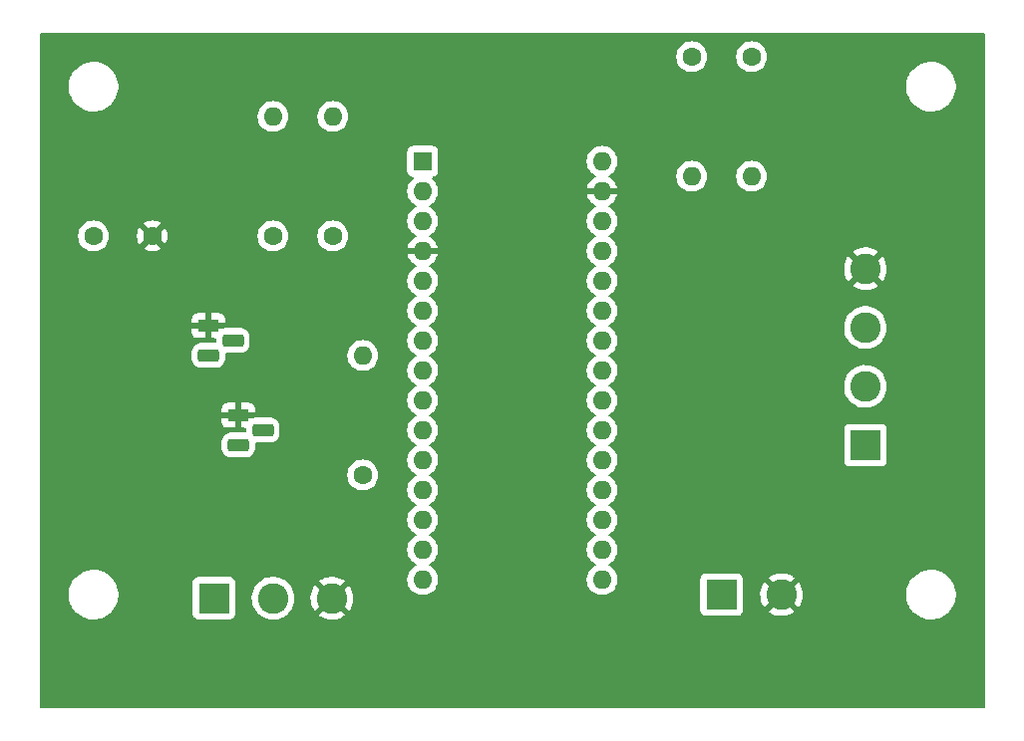
<source format=gbr>
%TF.GenerationSoftware,KiCad,Pcbnew,(6.0.5)*%
%TF.CreationDate,2022-07-13T22:10:15+01:00*%
%TF.ProjectId,WheelchairPCBKiCad,57686565-6c63-4686-9169-725043424b69,rev?*%
%TF.SameCoordinates,Original*%
%TF.FileFunction,Copper,L2,Bot*%
%TF.FilePolarity,Positive*%
%FSLAX46Y46*%
G04 Gerber Fmt 4.6, Leading zero omitted, Abs format (unit mm)*
G04 Created by KiCad (PCBNEW (6.0.5)) date 2022-07-13 22:10:15*
%MOMM*%
%LPD*%
G01*
G04 APERTURE LIST*
G04 Aperture macros list*
%AMRoundRect*
0 Rectangle with rounded corners*
0 $1 Rounding radius*
0 $2 $3 $4 $5 $6 $7 $8 $9 X,Y pos of 4 corners*
0 Add a 4 corners polygon primitive as box body*
4,1,4,$2,$3,$4,$5,$6,$7,$8,$9,$2,$3,0*
0 Add four circle primitives for the rounded corners*
1,1,$1+$1,$2,$3*
1,1,$1+$1,$4,$5*
1,1,$1+$1,$6,$7*
1,1,$1+$1,$8,$9*
0 Add four rect primitives between the rounded corners*
20,1,$1+$1,$2,$3,$4,$5,0*
20,1,$1+$1,$4,$5,$6,$7,0*
20,1,$1+$1,$6,$7,$8,$9,0*
20,1,$1+$1,$8,$9,$2,$3,0*%
G04 Aperture macros list end*
%TA.AperFunction,ComponentPad*%
%ADD10C,1.600000*%
%TD*%
%TA.AperFunction,ComponentPad*%
%ADD11R,1.600000X1.600000*%
%TD*%
%TA.AperFunction,ComponentPad*%
%ADD12O,1.600000X1.600000*%
%TD*%
%TA.AperFunction,ComponentPad*%
%ADD13R,1.800000X1.100000*%
%TD*%
%TA.AperFunction,ComponentPad*%
%ADD14RoundRect,0.275000X-0.625000X0.275000X-0.625000X-0.275000X0.625000X-0.275000X0.625000X0.275000X0*%
%TD*%
%TA.AperFunction,ComponentPad*%
%ADD15R,2.600000X2.600000*%
%TD*%
%TA.AperFunction,ComponentPad*%
%ADD16C,2.600000*%
%TD*%
G04 APERTURE END LIST*
D10*
%TO.P,C1,1*%
%TO.N,+5V*%
X66040000Y-86360000D03*
%TO.P,C1,2*%
%TO.N,GND*%
X71040000Y-86360000D03*
%TD*%
D11*
%TO.P,A1,1,TX1*%
%TO.N,unconnected-(A1-Pad1)*%
X93990000Y-80010000D03*
D12*
%TO.P,A1,2,RX1*%
%TO.N,unconnected-(A1-Pad2)*%
X93990000Y-82550000D03*
%TO.P,A1,3,~{RESET}*%
%TO.N,unconnected-(A1-Pad3)*%
X93990000Y-85090000D03*
%TO.P,A1,4,GND*%
%TO.N,GND*%
X93990000Y-87630000D03*
%TO.P,A1,5,D2*%
%TO.N,unconnected-(A1-Pad5)*%
X93990000Y-90170000D03*
%TO.P,A1,6,D3*%
%TO.N,unconnected-(A1-Pad6)*%
X93990000Y-92710000D03*
%TO.P,A1,7,D4*%
%TO.N,unconnected-(A1-Pad7)*%
X93990000Y-95250000D03*
%TO.P,A1,8,D5*%
%TO.N,Buffer*%
X93990000Y-97790000D03*
%TO.P,A1,9,D6*%
%TO.N,unconnected-(A1-Pad9)*%
X93990000Y-100330000D03*
%TO.P,A1,10,D7*%
%TO.N,unconnected-(A1-Pad10)*%
X93990000Y-102870000D03*
%TO.P,A1,11,D8*%
%TO.N,unconnected-(A1-Pad11)*%
X93990000Y-105410000D03*
%TO.P,A1,12,D9*%
%TO.N,unconnected-(A1-Pad12)*%
X93990000Y-107950000D03*
%TO.P,A1,13,D10*%
%TO.N,unconnected-(A1-Pad13)*%
X93990000Y-110490000D03*
%TO.P,A1,14,MOSI*%
%TO.N,unconnected-(A1-Pad14)*%
X93990000Y-113030000D03*
%TO.P,A1,15,MISO*%
%TO.N,unconnected-(A1-Pad15)*%
X93990000Y-115570000D03*
%TO.P,A1,16,SCK*%
%TO.N,unconnected-(A1-Pad16)*%
X109230000Y-115570000D03*
%TO.P,A1,17,3V3*%
%TO.N,+3V3*%
X109230000Y-113030000D03*
%TO.P,A1,18,AREF*%
%TO.N,unconnected-(A1-Pad18)*%
X109230000Y-110490000D03*
%TO.P,A1,19,A0*%
%TO.N,unconnected-(A1-Pad19)*%
X109230000Y-107950000D03*
%TO.P,A1,20,A1*%
%TO.N,unconnected-(A1-Pad20)*%
X109230000Y-105410000D03*
%TO.P,A1,21,A2*%
%TO.N,unconnected-(A1-Pad21)*%
X109230000Y-102870000D03*
%TO.P,A1,22,A3*%
%TO.N,unconnected-(A1-Pad22)*%
X109230000Y-100330000D03*
%TO.P,A1,23,SDA/A4*%
%TO.N,Net-(J3-Pad2)*%
X109230000Y-97790000D03*
%TO.P,A1,24,SCL/A5*%
%TO.N,Net-(J3-Pad3)*%
X109230000Y-95250000D03*
%TO.P,A1,25,A6*%
%TO.N,unconnected-(A1-Pad25)*%
X109230000Y-92710000D03*
%TO.P,A1,26,A7*%
%TO.N,unconnected-(A1-Pad26)*%
X109230000Y-90170000D03*
%TO.P,A1,27,+5V*%
%TO.N,unconnected-(A1-Pad27)*%
X109230000Y-87630000D03*
%TO.P,A1,28,~{RESET}*%
%TO.N,unconnected-(A1-Pad28)*%
X109230000Y-85090000D03*
%TO.P,A1,29,GND*%
%TO.N,GND*%
X109230000Y-82550000D03*
%TO.P,A1,30,VIN*%
%TO.N,+5V*%
X109230000Y-80010000D03*
%TD*%
D13*
%TO.P,Q2,1,S*%
%TO.N,GND*%
X75800000Y-93980000D03*
D14*
%TO.P,Q2,2,G*%
%TO.N,Net-(R2-Pad1)*%
X77870000Y-95250000D03*
%TO.P,Q2,3,D*%
%TO.N,Net-(R3-Pad1)*%
X75800000Y-96520000D03*
%TD*%
D13*
%TO.P,Q1,1,S*%
%TO.N,GND*%
X78340000Y-101600000D03*
D14*
%TO.P,Q1,2,G*%
%TO.N,Net-(R1-Pad1)*%
X80410000Y-102870000D03*
%TO.P,Q1,3,D*%
%TO.N,Net-(R2-Pad1)*%
X78340000Y-104140000D03*
%TD*%
D10*
%TO.P,R5,1*%
%TO.N,+3V3*%
X121920000Y-71120000D03*
D12*
%TO.P,R5,2*%
%TO.N,Net-(J3-Pad3)*%
X121920000Y-81280000D03*
%TD*%
D10*
%TO.P,R4,1*%
%TO.N,+3V3*%
X116840000Y-71120000D03*
D12*
%TO.P,R4,2*%
%TO.N,Net-(J3-Pad2)*%
X116840000Y-81280000D03*
%TD*%
D10*
%TO.P,R3,1*%
%TO.N,Net-(R3-Pad1)*%
X86360000Y-86360000D03*
D12*
%TO.P,R3,2*%
%TO.N,+5V*%
X86360000Y-76200000D03*
%TD*%
D10*
%TO.P,R2,1*%
%TO.N,Net-(R2-Pad1)*%
X81280000Y-86360000D03*
D12*
%TO.P,R2,2*%
%TO.N,+5V*%
X81280000Y-76200000D03*
%TD*%
D10*
%TO.P,R1,1*%
%TO.N,Net-(R1-Pad1)*%
X88900000Y-106680000D03*
D12*
%TO.P,R1,2*%
%TO.N,Buffer*%
X88900000Y-96520000D03*
%TD*%
D15*
%TO.P,J2,1,Pin_1*%
%TO.N,+5V*%
X76280000Y-117145000D03*
D16*
%TO.P,J2,2,Pin_2*%
%TO.N,Net-(R3-Pad1)*%
X81280000Y-117145000D03*
%TO.P,J2,3,Pin_3*%
%TO.N,GND*%
X86280000Y-117145000D03*
%TD*%
D15*
%TO.P,J1,1,Pin_1*%
%TO.N,+5V*%
X119380000Y-116840000D03*
D16*
%TO.P,J1,2,Pin_2*%
%TO.N,GND*%
X124460000Y-116840000D03*
%TD*%
%TO.P,J3,4,Pin_4*%
%TO.N,GND*%
X131580000Y-89140000D03*
%TO.P,J3,3,Pin_3*%
%TO.N,Net-(J3-Pad3)*%
X131580000Y-94140000D03*
%TO.P,J3,2,Pin_2*%
%TO.N,Net-(J3-Pad2)*%
X131580000Y-99140000D03*
D15*
%TO.P,J3,1,Pin_1*%
%TO.N,+3V3*%
X131580000Y-104140000D03*
%TD*%
%TA.AperFunction,Conductor*%
%TO.N,GND*%
G36*
X141673621Y-69108502D02*
G01*
X141720114Y-69162158D01*
X141731500Y-69214500D01*
X141731500Y-126365500D01*
X141711498Y-126433621D01*
X141657842Y-126480114D01*
X141605500Y-126491500D01*
X61594500Y-126491500D01*
X61526379Y-126471498D01*
X61479886Y-126417842D01*
X61468500Y-126365500D01*
X61468500Y-116972703D01*
X63930743Y-116972703D01*
X63968268Y-117257734D01*
X64044129Y-117535036D01*
X64045813Y-117538984D01*
X64144082Y-117769370D01*
X64156923Y-117799476D01*
X64224097Y-117911716D01*
X64285342Y-118014048D01*
X64304561Y-118046161D01*
X64484313Y-118270528D01*
X64548113Y-118331072D01*
X64673503Y-118450062D01*
X64692851Y-118468423D01*
X64926317Y-118636186D01*
X64930112Y-118638195D01*
X64930113Y-118638196D01*
X64971346Y-118660028D01*
X65180392Y-118770712D01*
X65285664Y-118809236D01*
X65423741Y-118859765D01*
X65450373Y-118869511D01*
X65731264Y-118930755D01*
X65759841Y-118933004D01*
X65954282Y-118948307D01*
X65954291Y-118948307D01*
X65956739Y-118948500D01*
X66112271Y-118948500D01*
X66114407Y-118948354D01*
X66114418Y-118948354D01*
X66322548Y-118934165D01*
X66322554Y-118934164D01*
X66326825Y-118933873D01*
X66331020Y-118933004D01*
X66331022Y-118933004D01*
X66467583Y-118904724D01*
X66608342Y-118875574D01*
X66879343Y-118779607D01*
X67134812Y-118647750D01*
X67138313Y-118645289D01*
X67138317Y-118645287D01*
X67255805Y-118562715D01*
X67354808Y-118493134D01*
X74471500Y-118493134D01*
X74478255Y-118555316D01*
X74529385Y-118691705D01*
X74616739Y-118808261D01*
X74733295Y-118895615D01*
X74869684Y-118946745D01*
X74931866Y-118953500D01*
X77628134Y-118953500D01*
X77690316Y-118946745D01*
X77826705Y-118895615D01*
X77943261Y-118808261D01*
X78030615Y-118691705D01*
X78081745Y-118555316D01*
X78088500Y-118493134D01*
X78088500Y-117097526D01*
X79467050Y-117097526D01*
X79467274Y-117102192D01*
X79467274Y-117102197D01*
X79472550Y-117212022D01*
X79479947Y-117366019D01*
X79532388Y-117629656D01*
X79623220Y-117882646D01*
X79750450Y-118119431D01*
X79753241Y-118123168D01*
X79753245Y-118123175D01*
X79829405Y-118225165D01*
X79911281Y-118334810D01*
X79914590Y-118338090D01*
X79914595Y-118338096D01*
X80081209Y-118503261D01*
X80102180Y-118524050D01*
X80105942Y-118526808D01*
X80105945Y-118526811D01*
X80276386Y-118651783D01*
X80318954Y-118682995D01*
X80323089Y-118685171D01*
X80323093Y-118685173D01*
X80552698Y-118805975D01*
X80556840Y-118808154D01*
X80810613Y-118896775D01*
X80815206Y-118897647D01*
X81070109Y-118946042D01*
X81070112Y-118946042D01*
X81074698Y-118946913D01*
X81202370Y-118951929D01*
X81338625Y-118957283D01*
X81338630Y-118957283D01*
X81343293Y-118957466D01*
X81447607Y-118946042D01*
X81605844Y-118928713D01*
X81605850Y-118928712D01*
X81610497Y-118928203D01*
X81615021Y-118927012D01*
X81865918Y-118860956D01*
X81865920Y-118860955D01*
X81870441Y-118859765D01*
X81977795Y-118813642D01*
X82113120Y-118755502D01*
X82113122Y-118755501D01*
X82117414Y-118753657D01*
X82287346Y-118648500D01*
X82342017Y-118614669D01*
X82342021Y-118614666D01*
X82345990Y-118612210D01*
X82372337Y-118589906D01*
X85199839Y-118589906D01*
X85208553Y-118601427D01*
X85315452Y-118679809D01*
X85323351Y-118684745D01*
X85552905Y-118805519D01*
X85561454Y-118809236D01*
X85806327Y-118894749D01*
X85815336Y-118897163D01*
X86070166Y-118945544D01*
X86079423Y-118946598D01*
X86338607Y-118956783D01*
X86347921Y-118956457D01*
X86605753Y-118928220D01*
X86614930Y-118926519D01*
X86865758Y-118860481D01*
X86874574Y-118857445D01*
X87112880Y-118755062D01*
X87121167Y-118750748D01*
X87341718Y-118614266D01*
X87349268Y-118608780D01*
X87354559Y-118604301D01*
X87362997Y-118591497D01*
X87356935Y-118581145D01*
X86292812Y-117517022D01*
X86278868Y-117509408D01*
X86277035Y-117509539D01*
X86270420Y-117513790D01*
X85206497Y-118577713D01*
X85199839Y-118589906D01*
X82372337Y-118589906D01*
X82551149Y-118438530D01*
X82728382Y-118236434D01*
X82735631Y-118225165D01*
X82871269Y-118014291D01*
X82873797Y-118010361D01*
X82984199Y-117765278D01*
X83021247Y-117633917D01*
X83055893Y-117511072D01*
X83055894Y-117511069D01*
X83057163Y-117506568D01*
X83075043Y-117366019D01*
X83090688Y-117243045D01*
X83090688Y-117243041D01*
X83091086Y-117239915D01*
X83091170Y-117236733D01*
X83092477Y-117186779D01*
X83093571Y-117145000D01*
X83090391Y-117102211D01*
X84467775Y-117102211D01*
X84480220Y-117361288D01*
X84481356Y-117370543D01*
X84531961Y-117624945D01*
X84534449Y-117633917D01*
X84622095Y-117878033D01*
X84625895Y-117886568D01*
X84748658Y-118115042D01*
X84753666Y-118122904D01*
X84823720Y-118216716D01*
X84834979Y-118225165D01*
X84847397Y-118218393D01*
X85907978Y-117157812D01*
X85914356Y-117146132D01*
X86644408Y-117146132D01*
X86644539Y-117147965D01*
X86648790Y-117154580D01*
X87716094Y-118221884D01*
X87728474Y-118228644D01*
X87736815Y-118222400D01*
X87758856Y-118188134D01*
X117571500Y-118188134D01*
X117578255Y-118250316D01*
X117629385Y-118386705D01*
X117716739Y-118503261D01*
X117833295Y-118590615D01*
X117969684Y-118641745D01*
X118031866Y-118648500D01*
X120728134Y-118648500D01*
X120790316Y-118641745D01*
X120926705Y-118590615D01*
X121043261Y-118503261D01*
X121130615Y-118386705D01*
X121168778Y-118284906D01*
X123379839Y-118284906D01*
X123388553Y-118296427D01*
X123495452Y-118374809D01*
X123503351Y-118379745D01*
X123732905Y-118500519D01*
X123741454Y-118504236D01*
X123986327Y-118589749D01*
X123995336Y-118592163D01*
X124250166Y-118640544D01*
X124259423Y-118641598D01*
X124518607Y-118651783D01*
X124527921Y-118651457D01*
X124785753Y-118623220D01*
X124794930Y-118621519D01*
X125045758Y-118555481D01*
X125054574Y-118552445D01*
X125292880Y-118450062D01*
X125301167Y-118445748D01*
X125521718Y-118309266D01*
X125529268Y-118303780D01*
X125534559Y-118299301D01*
X125542997Y-118286497D01*
X125536935Y-118276145D01*
X124472812Y-117212022D01*
X124458868Y-117204408D01*
X124457035Y-117204539D01*
X124450420Y-117208790D01*
X123386497Y-118272713D01*
X123379839Y-118284906D01*
X121168778Y-118284906D01*
X121181745Y-118250316D01*
X121188500Y-118188134D01*
X121188500Y-116797211D01*
X122647775Y-116797211D01*
X122660220Y-117056288D01*
X122661356Y-117065543D01*
X122711961Y-117319945D01*
X122714449Y-117328917D01*
X122802095Y-117573033D01*
X122805895Y-117581568D01*
X122928658Y-117810042D01*
X122933666Y-117817904D01*
X123003720Y-117911716D01*
X123014979Y-117920165D01*
X123027397Y-117913393D01*
X124087978Y-116852812D01*
X124094356Y-116841132D01*
X124824408Y-116841132D01*
X124824539Y-116842965D01*
X124828790Y-116849580D01*
X125896094Y-117916884D01*
X125908474Y-117923644D01*
X125916815Y-117917400D01*
X126050832Y-117709048D01*
X126055275Y-117700864D01*
X126161807Y-117464370D01*
X126164997Y-117455605D01*
X126235402Y-117205972D01*
X126237262Y-117196830D01*
X126265775Y-116972703D01*
X135050743Y-116972703D01*
X135088268Y-117257734D01*
X135164129Y-117535036D01*
X135165813Y-117538984D01*
X135264082Y-117769370D01*
X135276923Y-117799476D01*
X135344097Y-117911716D01*
X135405342Y-118014048D01*
X135424561Y-118046161D01*
X135604313Y-118270528D01*
X135668113Y-118331072D01*
X135793503Y-118450062D01*
X135812851Y-118468423D01*
X136046317Y-118636186D01*
X136050112Y-118638195D01*
X136050113Y-118638196D01*
X136091346Y-118660028D01*
X136300392Y-118770712D01*
X136405664Y-118809236D01*
X136543741Y-118859765D01*
X136570373Y-118869511D01*
X136851264Y-118930755D01*
X136879841Y-118933004D01*
X137074282Y-118948307D01*
X137074291Y-118948307D01*
X137076739Y-118948500D01*
X137232271Y-118948500D01*
X137234407Y-118948354D01*
X137234418Y-118948354D01*
X137442548Y-118934165D01*
X137442554Y-118934164D01*
X137446825Y-118933873D01*
X137451020Y-118933004D01*
X137451022Y-118933004D01*
X137587583Y-118904724D01*
X137728342Y-118875574D01*
X137999343Y-118779607D01*
X138254812Y-118647750D01*
X138258313Y-118645289D01*
X138258317Y-118645287D01*
X138375805Y-118562715D01*
X138490023Y-118482441D01*
X138605849Y-118374809D01*
X138697479Y-118289661D01*
X138697481Y-118289658D01*
X138700622Y-118286740D01*
X138882713Y-118064268D01*
X139032927Y-117819142D01*
X139118174Y-117624945D01*
X139146757Y-117559830D01*
X139148483Y-117555898D01*
X139174556Y-117464370D01*
X139187863Y-117417652D01*
X139227244Y-117279406D01*
X139267751Y-116994784D01*
X139267845Y-116976951D01*
X139269235Y-116711583D01*
X139269235Y-116711576D01*
X139269257Y-116707297D01*
X139231732Y-116422266D01*
X139155871Y-116144964D01*
X139123844Y-116069878D01*
X139044763Y-115884476D01*
X139044761Y-115884472D01*
X139043077Y-115880524D01*
X138939503Y-115707465D01*
X138897643Y-115637521D01*
X138897640Y-115637517D01*
X138895439Y-115633839D01*
X138715687Y-115409472D01*
X138507149Y-115211577D01*
X138273683Y-115043814D01*
X138254710Y-115033768D01*
X138228654Y-115019972D01*
X138019608Y-114909288D01*
X137749627Y-114810489D01*
X137468736Y-114749245D01*
X137437685Y-114746801D01*
X137245718Y-114731693D01*
X137245709Y-114731693D01*
X137243261Y-114731500D01*
X137087729Y-114731500D01*
X137085593Y-114731646D01*
X137085582Y-114731646D01*
X136877452Y-114745835D01*
X136877446Y-114745836D01*
X136873175Y-114746127D01*
X136868980Y-114746996D01*
X136868978Y-114746996D01*
X136732416Y-114775277D01*
X136591658Y-114804426D01*
X136320657Y-114900393D01*
X136065188Y-115032250D01*
X136061687Y-115034711D01*
X136061683Y-115034713D01*
X135947583Y-115114904D01*
X135829977Y-115197559D01*
X135814892Y-115211577D01*
X135629935Y-115383450D01*
X135619378Y-115393260D01*
X135437287Y-115615732D01*
X135287073Y-115860858D01*
X135285347Y-115864791D01*
X135285346Y-115864792D01*
X135187121Y-116088556D01*
X135171517Y-116124102D01*
X135092756Y-116400594D01*
X135052249Y-116685216D01*
X135052227Y-116689505D01*
X135052226Y-116689512D01*
X135050765Y-116968417D01*
X135050743Y-116972703D01*
X126265775Y-116972703D01*
X126270187Y-116938019D01*
X126270668Y-116931733D01*
X126272987Y-116843160D01*
X126272836Y-116836851D01*
X126253501Y-116576663D01*
X126252125Y-116567457D01*
X126194878Y-116314467D01*
X126192154Y-116305556D01*
X126098143Y-116063806D01*
X126094132Y-116055397D01*
X125965422Y-115830202D01*
X125960211Y-115822476D01*
X125916996Y-115767658D01*
X125905071Y-115759187D01*
X125893537Y-115765673D01*
X124832022Y-116827188D01*
X124824408Y-116841132D01*
X124094356Y-116841132D01*
X124095592Y-116838868D01*
X124095461Y-116837035D01*
X124091210Y-116830420D01*
X123025816Y-115765026D01*
X123012507Y-115757758D01*
X123002472Y-115764878D01*
X122986937Y-115783556D01*
X122981531Y-115791135D01*
X122846965Y-116012891D01*
X122842736Y-116021192D01*
X122742432Y-116260389D01*
X122739471Y-116269239D01*
X122675628Y-116520625D01*
X122674006Y-116529822D01*
X122648020Y-116787885D01*
X122647775Y-116797211D01*
X121188500Y-116797211D01*
X121188500Y-115491866D01*
X121181745Y-115429684D01*
X121167876Y-115392689D01*
X123377102Y-115392689D01*
X123381675Y-115402465D01*
X124447188Y-116467978D01*
X124461132Y-116475592D01*
X124462965Y-116475461D01*
X124469580Y-116471210D01*
X125534349Y-115406441D01*
X125540733Y-115394751D01*
X125531321Y-115382641D01*
X125384045Y-115280471D01*
X125376010Y-115275738D01*
X125143376Y-115161016D01*
X125134743Y-115157528D01*
X124887703Y-115078450D01*
X124878643Y-115076274D01*
X124622630Y-115034580D01*
X124613343Y-115033768D01*
X124353992Y-115030373D01*
X124344681Y-115030943D01*
X124087682Y-115065919D01*
X124078546Y-115067860D01*
X123829543Y-115140439D01*
X123820800Y-115143707D01*
X123585252Y-115252296D01*
X123577097Y-115256816D01*
X123386240Y-115381947D01*
X123377102Y-115392689D01*
X121167876Y-115392689D01*
X121130615Y-115293295D01*
X121043261Y-115176739D01*
X120926705Y-115089385D01*
X120790316Y-115038255D01*
X120728134Y-115031500D01*
X118031866Y-115031500D01*
X117969684Y-115038255D01*
X117833295Y-115089385D01*
X117716739Y-115176739D01*
X117629385Y-115293295D01*
X117578255Y-115429684D01*
X117571500Y-115491866D01*
X117571500Y-118188134D01*
X87758856Y-118188134D01*
X87870832Y-118014048D01*
X87875275Y-118005864D01*
X87981807Y-117769370D01*
X87984997Y-117760605D01*
X88055402Y-117510972D01*
X88057262Y-117501830D01*
X88090187Y-117243019D01*
X88090668Y-117236733D01*
X88092987Y-117148160D01*
X88092836Y-117141851D01*
X88073501Y-116881663D01*
X88072125Y-116872457D01*
X88014878Y-116619467D01*
X88012154Y-116610556D01*
X87918143Y-116368806D01*
X87914132Y-116360397D01*
X87785422Y-116135202D01*
X87780211Y-116127476D01*
X87736996Y-116072658D01*
X87725071Y-116064187D01*
X87713537Y-116070673D01*
X86652022Y-117132188D01*
X86644408Y-117146132D01*
X85914356Y-117146132D01*
X85915592Y-117143868D01*
X85915461Y-117142035D01*
X85911210Y-117135420D01*
X84845816Y-116070026D01*
X84832507Y-116062758D01*
X84822472Y-116069878D01*
X84806937Y-116088556D01*
X84801531Y-116096135D01*
X84666965Y-116317891D01*
X84662736Y-116326192D01*
X84562432Y-116565389D01*
X84559471Y-116574239D01*
X84495628Y-116825625D01*
X84494006Y-116834822D01*
X84468020Y-117092885D01*
X84467775Y-117102211D01*
X83090391Y-117102211D01*
X83082408Y-116994784D01*
X83073996Y-116881592D01*
X83073996Y-116881591D01*
X83073650Y-116876937D01*
X83070728Y-116864022D01*
X83015361Y-116619331D01*
X83015360Y-116619326D01*
X83014327Y-116614763D01*
X82916902Y-116364238D01*
X82783518Y-116130864D01*
X82778188Y-116124102D01*
X82697060Y-116021192D01*
X82617105Y-115919769D01*
X82421317Y-115735591D01*
X82366682Y-115697689D01*
X85197102Y-115697689D01*
X85201675Y-115707465D01*
X86267188Y-116772978D01*
X86281132Y-116780592D01*
X86282965Y-116780461D01*
X86289580Y-116776210D01*
X87354349Y-115711441D01*
X87360733Y-115699751D01*
X87351321Y-115687641D01*
X87204045Y-115585471D01*
X87196010Y-115580738D01*
X87174235Y-115570000D01*
X92676502Y-115570000D01*
X92696457Y-115798087D01*
X92697881Y-115803400D01*
X92697881Y-115803402D01*
X92718961Y-115882071D01*
X92755716Y-116019243D01*
X92758039Y-116024224D01*
X92758039Y-116024225D01*
X92850151Y-116221762D01*
X92850154Y-116221767D01*
X92852477Y-116226749D01*
X92918932Y-116321656D01*
X92977179Y-116404841D01*
X92983802Y-116414300D01*
X93145700Y-116576198D01*
X93150208Y-116579355D01*
X93150211Y-116579357D01*
X93194548Y-116610402D01*
X93333251Y-116707523D01*
X93338233Y-116709846D01*
X93338238Y-116709849D01*
X93535775Y-116801961D01*
X93540757Y-116804284D01*
X93546065Y-116805706D01*
X93546067Y-116805707D01*
X93756598Y-116862119D01*
X93756600Y-116862119D01*
X93761913Y-116863543D01*
X93990000Y-116883498D01*
X94218087Y-116863543D01*
X94223400Y-116862119D01*
X94223402Y-116862119D01*
X94433933Y-116805707D01*
X94433935Y-116805706D01*
X94439243Y-116804284D01*
X94444225Y-116801961D01*
X94641762Y-116709849D01*
X94641767Y-116709846D01*
X94646749Y-116707523D01*
X94785452Y-116610402D01*
X94829789Y-116579357D01*
X94829792Y-116579355D01*
X94834300Y-116576198D01*
X94996198Y-116414300D01*
X95002822Y-116404841D01*
X95061068Y-116321656D01*
X95127523Y-116226749D01*
X95129846Y-116221767D01*
X95129849Y-116221762D01*
X95221961Y-116024225D01*
X95221961Y-116024224D01*
X95224284Y-116019243D01*
X95261040Y-115882071D01*
X95282119Y-115803402D01*
X95282119Y-115803400D01*
X95283543Y-115798087D01*
X95303498Y-115570000D01*
X107916502Y-115570000D01*
X107936457Y-115798087D01*
X107937881Y-115803400D01*
X107937881Y-115803402D01*
X107958961Y-115882071D01*
X107995716Y-116019243D01*
X107998039Y-116024224D01*
X107998039Y-116024225D01*
X108090151Y-116221762D01*
X108090154Y-116221767D01*
X108092477Y-116226749D01*
X108158932Y-116321656D01*
X108217179Y-116404841D01*
X108223802Y-116414300D01*
X108385700Y-116576198D01*
X108390208Y-116579355D01*
X108390211Y-116579357D01*
X108434548Y-116610402D01*
X108573251Y-116707523D01*
X108578233Y-116709846D01*
X108578238Y-116709849D01*
X108775775Y-116801961D01*
X108780757Y-116804284D01*
X108786065Y-116805706D01*
X108786067Y-116805707D01*
X108996598Y-116862119D01*
X108996600Y-116862119D01*
X109001913Y-116863543D01*
X109230000Y-116883498D01*
X109458087Y-116863543D01*
X109463400Y-116862119D01*
X109463402Y-116862119D01*
X109673933Y-116805707D01*
X109673935Y-116805706D01*
X109679243Y-116804284D01*
X109684225Y-116801961D01*
X109881762Y-116709849D01*
X109881767Y-116709846D01*
X109886749Y-116707523D01*
X110025452Y-116610402D01*
X110069789Y-116579357D01*
X110069792Y-116579355D01*
X110074300Y-116576198D01*
X110236198Y-116414300D01*
X110242822Y-116404841D01*
X110301068Y-116321656D01*
X110367523Y-116226749D01*
X110369846Y-116221767D01*
X110369849Y-116221762D01*
X110461961Y-116024225D01*
X110461961Y-116024224D01*
X110464284Y-116019243D01*
X110501040Y-115882071D01*
X110522119Y-115803402D01*
X110522119Y-115803400D01*
X110523543Y-115798087D01*
X110543498Y-115570000D01*
X110523543Y-115341913D01*
X110521943Y-115335943D01*
X110465707Y-115126067D01*
X110465706Y-115126065D01*
X110464284Y-115120757D01*
X110444556Y-115078450D01*
X110369849Y-114918238D01*
X110369846Y-114918233D01*
X110367523Y-114913251D01*
X110253324Y-114750158D01*
X110239357Y-114730211D01*
X110239355Y-114730208D01*
X110236198Y-114725700D01*
X110074300Y-114563802D01*
X110069792Y-114560645D01*
X110069789Y-114560643D01*
X109991611Y-114505902D01*
X109886749Y-114432477D01*
X109881767Y-114430154D01*
X109881762Y-114430151D01*
X109847543Y-114414195D01*
X109794258Y-114367278D01*
X109774797Y-114299001D01*
X109795339Y-114231041D01*
X109847543Y-114185805D01*
X109881762Y-114169849D01*
X109881767Y-114169846D01*
X109886749Y-114167523D01*
X109991611Y-114094098D01*
X110069789Y-114039357D01*
X110069792Y-114039355D01*
X110074300Y-114036198D01*
X110236198Y-113874300D01*
X110367523Y-113686749D01*
X110369846Y-113681767D01*
X110369849Y-113681762D01*
X110461961Y-113484225D01*
X110461961Y-113484224D01*
X110464284Y-113479243D01*
X110523543Y-113258087D01*
X110543498Y-113030000D01*
X110523543Y-112801913D01*
X110464284Y-112580757D01*
X110461961Y-112575775D01*
X110369849Y-112378238D01*
X110369846Y-112378233D01*
X110367523Y-112373251D01*
X110236198Y-112185700D01*
X110074300Y-112023802D01*
X110069792Y-112020645D01*
X110069789Y-112020643D01*
X109991611Y-111965902D01*
X109886749Y-111892477D01*
X109881767Y-111890154D01*
X109881762Y-111890151D01*
X109847543Y-111874195D01*
X109794258Y-111827278D01*
X109774797Y-111759001D01*
X109795339Y-111691041D01*
X109847543Y-111645805D01*
X109881762Y-111629849D01*
X109881767Y-111629846D01*
X109886749Y-111627523D01*
X109991611Y-111554098D01*
X110069789Y-111499357D01*
X110069792Y-111499355D01*
X110074300Y-111496198D01*
X110236198Y-111334300D01*
X110367523Y-111146749D01*
X110369846Y-111141767D01*
X110369849Y-111141762D01*
X110461961Y-110944225D01*
X110461961Y-110944224D01*
X110464284Y-110939243D01*
X110523543Y-110718087D01*
X110543498Y-110490000D01*
X110523543Y-110261913D01*
X110464284Y-110040757D01*
X110461961Y-110035775D01*
X110369849Y-109838238D01*
X110369846Y-109838233D01*
X110367523Y-109833251D01*
X110236198Y-109645700D01*
X110074300Y-109483802D01*
X110069792Y-109480645D01*
X110069789Y-109480643D01*
X109991611Y-109425902D01*
X109886749Y-109352477D01*
X109881767Y-109350154D01*
X109881762Y-109350151D01*
X109847543Y-109334195D01*
X109794258Y-109287278D01*
X109774797Y-109219001D01*
X109795339Y-109151041D01*
X109847543Y-109105805D01*
X109881762Y-109089849D01*
X109881767Y-109089846D01*
X109886749Y-109087523D01*
X109991611Y-109014098D01*
X110069789Y-108959357D01*
X110069792Y-108959355D01*
X110074300Y-108956198D01*
X110236198Y-108794300D01*
X110367523Y-108606749D01*
X110369846Y-108601767D01*
X110369849Y-108601762D01*
X110461961Y-108404225D01*
X110461961Y-108404224D01*
X110464284Y-108399243D01*
X110523543Y-108178087D01*
X110543498Y-107950000D01*
X110523543Y-107721913D01*
X110471637Y-107528197D01*
X110465707Y-107506067D01*
X110465706Y-107506065D01*
X110464284Y-107500757D01*
X110461961Y-107495775D01*
X110369849Y-107298238D01*
X110369846Y-107298233D01*
X110367523Y-107293251D01*
X110294098Y-107188389D01*
X110239357Y-107110211D01*
X110239355Y-107110208D01*
X110236198Y-107105700D01*
X110074300Y-106943802D01*
X110069792Y-106940645D01*
X110069789Y-106940643D01*
X109991611Y-106885902D01*
X109886749Y-106812477D01*
X109881767Y-106810154D01*
X109881762Y-106810151D01*
X109847543Y-106794195D01*
X109794258Y-106747278D01*
X109774797Y-106679001D01*
X109795339Y-106611041D01*
X109847543Y-106565805D01*
X109881762Y-106549849D01*
X109881767Y-106549846D01*
X109886749Y-106547523D01*
X110023294Y-106451913D01*
X110069789Y-106419357D01*
X110069792Y-106419355D01*
X110074300Y-106416198D01*
X110236198Y-106254300D01*
X110256172Y-106225775D01*
X110364366Y-106071257D01*
X110367523Y-106066749D01*
X110369846Y-106061767D01*
X110369849Y-106061762D01*
X110461961Y-105864225D01*
X110461961Y-105864224D01*
X110464284Y-105859243D01*
X110470593Y-105835700D01*
X110522119Y-105643402D01*
X110522119Y-105643400D01*
X110523543Y-105638087D01*
X110536662Y-105488134D01*
X129771500Y-105488134D01*
X129778255Y-105550316D01*
X129829385Y-105686705D01*
X129916739Y-105803261D01*
X130033295Y-105890615D01*
X130169684Y-105941745D01*
X130231866Y-105948500D01*
X132928134Y-105948500D01*
X132990316Y-105941745D01*
X133126705Y-105890615D01*
X133243261Y-105803261D01*
X133330615Y-105686705D01*
X133381745Y-105550316D01*
X133388500Y-105488134D01*
X133388500Y-102791866D01*
X133381745Y-102729684D01*
X133330615Y-102593295D01*
X133243261Y-102476739D01*
X133126705Y-102389385D01*
X132990316Y-102338255D01*
X132928134Y-102331500D01*
X130231866Y-102331500D01*
X130169684Y-102338255D01*
X130033295Y-102389385D01*
X129916739Y-102476739D01*
X129829385Y-102593295D01*
X129778255Y-102729684D01*
X129771500Y-102791866D01*
X129771500Y-105488134D01*
X110536662Y-105488134D01*
X110543498Y-105410000D01*
X110523543Y-105181913D01*
X110516499Y-105155625D01*
X110465707Y-104966067D01*
X110465706Y-104966065D01*
X110464284Y-104960757D01*
X110408282Y-104840659D01*
X110369849Y-104758238D01*
X110369846Y-104758233D01*
X110367523Y-104753251D01*
X110236198Y-104565700D01*
X110074300Y-104403802D01*
X110069792Y-104400645D01*
X110069789Y-104400643D01*
X109991611Y-104345902D01*
X109886749Y-104272477D01*
X109881767Y-104270154D01*
X109881762Y-104270151D01*
X109847543Y-104254195D01*
X109794258Y-104207278D01*
X109774797Y-104139001D01*
X109795339Y-104071041D01*
X109847543Y-104025805D01*
X109881762Y-104009849D01*
X109881767Y-104009846D01*
X109886749Y-104007523D01*
X110054196Y-103890275D01*
X110069789Y-103879357D01*
X110069792Y-103879355D01*
X110074300Y-103876198D01*
X110236198Y-103714300D01*
X110367523Y-103526749D01*
X110369846Y-103521767D01*
X110369849Y-103521762D01*
X110461961Y-103324225D01*
X110461961Y-103324224D01*
X110464284Y-103319243D01*
X110465963Y-103312979D01*
X110522119Y-103103402D01*
X110522119Y-103103400D01*
X110523543Y-103098087D01*
X110543498Y-102870000D01*
X110523543Y-102641913D01*
X110485298Y-102499180D01*
X110465707Y-102426067D01*
X110465706Y-102426065D01*
X110464284Y-102420757D01*
X110461961Y-102415775D01*
X110369849Y-102218238D01*
X110369846Y-102218233D01*
X110367523Y-102213251D01*
X110236198Y-102025700D01*
X110074300Y-101863802D01*
X110069792Y-101860645D01*
X110069789Y-101860643D01*
X109991611Y-101805902D01*
X109886749Y-101732477D01*
X109881767Y-101730154D01*
X109881762Y-101730151D01*
X109847543Y-101714195D01*
X109794258Y-101667278D01*
X109774797Y-101599001D01*
X109795339Y-101531041D01*
X109847543Y-101485805D01*
X109881762Y-101469849D01*
X109881767Y-101469846D01*
X109886749Y-101467523D01*
X109991611Y-101394098D01*
X110069789Y-101339357D01*
X110069792Y-101339355D01*
X110074300Y-101336198D01*
X110236198Y-101174300D01*
X110367523Y-100986749D01*
X110369846Y-100981767D01*
X110369849Y-100981762D01*
X110461961Y-100784225D01*
X110461961Y-100784224D01*
X110464284Y-100779243D01*
X110492155Y-100675230D01*
X110522119Y-100563402D01*
X110522119Y-100563400D01*
X110523543Y-100558087D01*
X110543498Y-100330000D01*
X110523543Y-100101913D01*
X110464284Y-99880757D01*
X110460780Y-99873242D01*
X110369849Y-99678238D01*
X110369846Y-99678233D01*
X110367523Y-99673251D01*
X110247309Y-99501568D01*
X110239357Y-99490211D01*
X110239355Y-99490208D01*
X110236198Y-99485700D01*
X110074300Y-99323802D01*
X110069792Y-99320645D01*
X110069789Y-99320643D01*
X109991611Y-99265902D01*
X109886749Y-99192477D01*
X109881767Y-99190154D01*
X109881762Y-99190151D01*
X109847543Y-99174195D01*
X109794258Y-99127278D01*
X109784353Y-99092526D01*
X129767050Y-99092526D01*
X129779947Y-99361019D01*
X129832388Y-99624656D01*
X129923220Y-99877646D01*
X130050450Y-100114431D01*
X130053241Y-100118168D01*
X130053245Y-100118175D01*
X130134887Y-100227506D01*
X130211281Y-100329810D01*
X130214590Y-100333090D01*
X130214595Y-100333096D01*
X130398863Y-100515762D01*
X130402180Y-100519050D01*
X130405942Y-100521808D01*
X130405945Y-100521811D01*
X130518299Y-100604192D01*
X130618954Y-100677995D01*
X130623089Y-100680171D01*
X130623093Y-100680173D01*
X130852698Y-100800975D01*
X130856840Y-100803154D01*
X131110613Y-100891775D01*
X131115206Y-100892647D01*
X131370109Y-100941042D01*
X131370112Y-100941042D01*
X131374698Y-100941913D01*
X131502370Y-100946929D01*
X131638625Y-100952283D01*
X131638630Y-100952283D01*
X131643293Y-100952466D01*
X131747607Y-100941042D01*
X131905844Y-100923713D01*
X131905850Y-100923712D01*
X131910497Y-100923203D01*
X131915021Y-100922012D01*
X132165918Y-100855956D01*
X132165920Y-100855955D01*
X132170441Y-100854765D01*
X132270105Y-100811946D01*
X132413120Y-100750502D01*
X132413122Y-100750501D01*
X132417414Y-100748657D01*
X132536071Y-100675230D01*
X132642017Y-100609669D01*
X132642021Y-100609666D01*
X132645990Y-100607210D01*
X132851149Y-100433530D01*
X133028382Y-100231434D01*
X133173797Y-100005361D01*
X133284199Y-99760278D01*
X133321209Y-99629051D01*
X133355893Y-99506072D01*
X133355894Y-99506069D01*
X133357163Y-99501568D01*
X133375043Y-99361019D01*
X133390688Y-99238045D01*
X133390688Y-99238041D01*
X133391086Y-99234915D01*
X133392115Y-99195634D01*
X133393488Y-99143160D01*
X133393571Y-99140000D01*
X133393337Y-99136851D01*
X133373996Y-98876592D01*
X133373996Y-98876591D01*
X133373650Y-98871937D01*
X133357227Y-98799357D01*
X133315361Y-98614331D01*
X133315360Y-98614326D01*
X133314327Y-98609763D01*
X133216902Y-98359238D01*
X133083518Y-98125864D01*
X132917105Y-97914769D01*
X132721317Y-97730591D01*
X132500457Y-97577374D01*
X132480218Y-97567393D01*
X132263564Y-97460551D01*
X132263561Y-97460550D01*
X132259376Y-97458486D01*
X132211745Y-97443239D01*
X132157621Y-97425914D01*
X132003370Y-97376538D01*
X131998763Y-97375788D01*
X131998760Y-97375787D01*
X131742674Y-97334081D01*
X131742675Y-97334081D01*
X131738063Y-97333330D01*
X131607719Y-97331624D01*
X131473961Y-97329873D01*
X131473958Y-97329873D01*
X131469284Y-97329812D01*
X131202937Y-97366060D01*
X130944874Y-97441278D01*
X130700763Y-97553815D01*
X130680053Y-97567393D01*
X130479881Y-97698631D01*
X130479876Y-97698635D01*
X130475968Y-97701197D01*
X130472476Y-97704314D01*
X130327738Y-97833498D01*
X130275426Y-97880188D01*
X130103544Y-98086854D01*
X129964096Y-98316656D01*
X129860148Y-98564545D01*
X129793981Y-98825077D01*
X129767050Y-99092526D01*
X109784353Y-99092526D01*
X109774797Y-99059001D01*
X109795339Y-98991041D01*
X109847543Y-98945805D01*
X109881762Y-98929849D01*
X109881767Y-98929846D01*
X109886749Y-98927523D01*
X109991611Y-98854098D01*
X110069789Y-98799357D01*
X110069792Y-98799355D01*
X110074300Y-98796198D01*
X110236198Y-98634300D01*
X110250181Y-98614331D01*
X110364366Y-98451257D01*
X110367523Y-98446749D01*
X110369846Y-98441767D01*
X110369849Y-98441762D01*
X110461961Y-98244225D01*
X110461961Y-98244224D01*
X110464284Y-98239243D01*
X110523543Y-98018087D01*
X110543498Y-97790000D01*
X110523543Y-97561913D01*
X110512929Y-97522301D01*
X110465707Y-97346067D01*
X110465706Y-97346065D01*
X110464284Y-97340757D01*
X110408282Y-97220659D01*
X110369849Y-97138238D01*
X110369846Y-97138233D01*
X110367523Y-97133251D01*
X110294098Y-97028389D01*
X110239357Y-96950211D01*
X110239355Y-96950208D01*
X110236198Y-96945700D01*
X110074300Y-96783802D01*
X110069792Y-96780645D01*
X110069789Y-96780643D01*
X109991611Y-96725902D01*
X109886749Y-96652477D01*
X109881767Y-96650154D01*
X109881762Y-96650151D01*
X109847543Y-96634195D01*
X109794258Y-96587278D01*
X109774797Y-96519001D01*
X109795339Y-96451041D01*
X109847543Y-96405805D01*
X109881762Y-96389849D01*
X109881767Y-96389846D01*
X109886749Y-96387523D01*
X110023294Y-96291913D01*
X110069789Y-96259357D01*
X110069792Y-96259355D01*
X110074300Y-96256198D01*
X110236198Y-96094300D01*
X110256172Y-96065775D01*
X110314058Y-95983105D01*
X110367523Y-95906749D01*
X110369846Y-95901767D01*
X110369849Y-95901762D01*
X110461961Y-95704225D01*
X110461961Y-95704224D01*
X110464284Y-95699243D01*
X110465963Y-95692979D01*
X110522119Y-95483402D01*
X110522119Y-95483400D01*
X110523543Y-95478087D01*
X110543498Y-95250000D01*
X110523543Y-95021913D01*
X110485298Y-94879180D01*
X110465707Y-94806067D01*
X110465706Y-94806065D01*
X110464284Y-94800757D01*
X110461961Y-94795775D01*
X110369849Y-94598238D01*
X110369846Y-94598233D01*
X110367523Y-94593251D01*
X110236198Y-94405700D01*
X110074300Y-94243802D01*
X110069792Y-94240645D01*
X110069789Y-94240643D01*
X109991611Y-94185902D01*
X109886749Y-94112477D01*
X109881767Y-94110154D01*
X109881762Y-94110151D01*
X109847543Y-94094195D01*
X109845647Y-94092526D01*
X129767050Y-94092526D01*
X129767274Y-94097192D01*
X129767274Y-94097197D01*
X129768008Y-94112477D01*
X129779947Y-94361019D01*
X129832388Y-94624656D01*
X129923220Y-94877646D01*
X129925432Y-94881762D01*
X129925433Y-94881765D01*
X129980003Y-94983324D01*
X130050450Y-95114431D01*
X130053241Y-95118168D01*
X130053245Y-95118175D01*
X130134887Y-95227506D01*
X130211281Y-95329810D01*
X130214590Y-95333090D01*
X130214595Y-95333096D01*
X130384283Y-95501309D01*
X130402180Y-95519050D01*
X130405942Y-95521808D01*
X130405945Y-95521811D01*
X130527573Y-95610992D01*
X130618954Y-95677995D01*
X130623089Y-95680171D01*
X130623093Y-95680173D01*
X130825937Y-95786895D01*
X130856840Y-95803154D01*
X131110613Y-95891775D01*
X131115206Y-95892647D01*
X131370109Y-95941042D01*
X131370112Y-95941042D01*
X131374698Y-95941913D01*
X131502370Y-95946929D01*
X131638625Y-95952283D01*
X131638630Y-95952283D01*
X131643293Y-95952466D01*
X131747607Y-95941042D01*
X131905844Y-95923713D01*
X131905850Y-95923712D01*
X131910497Y-95923203D01*
X131955871Y-95911257D01*
X132165918Y-95855956D01*
X132165920Y-95855955D01*
X132170441Y-95854765D01*
X132174738Y-95852919D01*
X132413120Y-95750502D01*
X132413122Y-95750501D01*
X132417414Y-95748657D01*
X132518331Y-95686208D01*
X132642017Y-95609669D01*
X132642021Y-95609666D01*
X132645990Y-95607210D01*
X132851149Y-95433530D01*
X133028382Y-95231434D01*
X133031584Y-95226457D01*
X133152803Y-95038000D01*
X133173797Y-95005361D01*
X133284199Y-94760278D01*
X133299292Y-94706763D01*
X133355893Y-94506072D01*
X133355894Y-94506069D01*
X133357163Y-94501568D01*
X133375043Y-94361019D01*
X133390688Y-94238045D01*
X133390688Y-94238041D01*
X133391086Y-94234915D01*
X133391181Y-94231309D01*
X133393488Y-94143160D01*
X133393571Y-94140000D01*
X133373650Y-93871937D01*
X133372619Y-93867379D01*
X133315361Y-93614331D01*
X133315360Y-93614326D01*
X133314327Y-93609763D01*
X133216902Y-93359238D01*
X133083518Y-93125864D01*
X132917105Y-92914769D01*
X132721317Y-92730591D01*
X132500457Y-92577374D01*
X132496264Y-92575306D01*
X132263564Y-92460551D01*
X132263561Y-92460550D01*
X132259376Y-92458486D01*
X132211745Y-92443239D01*
X132157621Y-92425914D01*
X132003370Y-92376538D01*
X131998763Y-92375788D01*
X131998760Y-92375787D01*
X131742674Y-92334081D01*
X131742675Y-92334081D01*
X131738063Y-92333330D01*
X131607719Y-92331624D01*
X131473961Y-92329873D01*
X131473958Y-92329873D01*
X131469284Y-92329812D01*
X131202937Y-92366060D01*
X130944874Y-92441278D01*
X130700763Y-92553815D01*
X130696854Y-92556378D01*
X130479881Y-92698631D01*
X130479876Y-92698635D01*
X130475968Y-92701197D01*
X130275426Y-92880188D01*
X130103544Y-93086854D01*
X129964096Y-93316656D01*
X129962287Y-93320970D01*
X129962285Y-93320974D01*
X129935298Y-93385331D01*
X129860148Y-93564545D01*
X129793981Y-93825077D01*
X129767050Y-94092526D01*
X109845647Y-94092526D01*
X109794258Y-94047278D01*
X109774797Y-93979001D01*
X109795339Y-93911041D01*
X109847543Y-93865805D01*
X109881762Y-93849849D01*
X109881767Y-93849846D01*
X109886749Y-93847523D01*
X109991611Y-93774098D01*
X110069789Y-93719357D01*
X110069792Y-93719355D01*
X110074300Y-93716198D01*
X110236198Y-93554300D01*
X110367523Y-93366749D01*
X110369846Y-93361767D01*
X110369849Y-93361762D01*
X110461961Y-93164225D01*
X110461961Y-93164224D01*
X110464284Y-93159243D01*
X110523543Y-92938087D01*
X110543498Y-92710000D01*
X110523543Y-92481913D01*
X110517266Y-92458486D01*
X110465707Y-92266067D01*
X110465706Y-92266065D01*
X110464284Y-92260757D01*
X110461961Y-92255775D01*
X110369849Y-92058238D01*
X110369846Y-92058233D01*
X110367523Y-92053251D01*
X110236198Y-91865700D01*
X110074300Y-91703802D01*
X110069792Y-91700645D01*
X110069789Y-91700643D01*
X109991611Y-91645902D01*
X109886749Y-91572477D01*
X109881767Y-91570154D01*
X109881762Y-91570151D01*
X109847543Y-91554195D01*
X109794258Y-91507278D01*
X109774797Y-91439001D01*
X109795339Y-91371041D01*
X109847543Y-91325805D01*
X109881762Y-91309849D01*
X109881767Y-91309846D01*
X109886749Y-91307523D01*
X109991611Y-91234098D01*
X110069789Y-91179357D01*
X110069792Y-91179355D01*
X110074300Y-91176198D01*
X110236198Y-91014300D01*
X110367523Y-90826749D01*
X110369846Y-90821767D01*
X110369849Y-90821762D01*
X110461961Y-90624225D01*
X110461961Y-90624224D01*
X110464284Y-90619243D01*
X110466958Y-90609266D01*
X110473485Y-90584906D01*
X130499839Y-90584906D01*
X130508553Y-90596427D01*
X130615452Y-90674809D01*
X130623351Y-90679745D01*
X130852905Y-90800519D01*
X130861454Y-90804236D01*
X131106327Y-90889749D01*
X131115336Y-90892163D01*
X131370166Y-90940544D01*
X131379423Y-90941598D01*
X131638607Y-90951783D01*
X131647921Y-90951457D01*
X131905753Y-90923220D01*
X131914930Y-90921519D01*
X132165758Y-90855481D01*
X132174574Y-90852445D01*
X132412880Y-90750062D01*
X132421167Y-90745748D01*
X132641718Y-90609266D01*
X132649268Y-90603780D01*
X132654559Y-90599301D01*
X132662997Y-90586497D01*
X132656935Y-90576145D01*
X131592812Y-89512022D01*
X131578868Y-89504408D01*
X131577035Y-89504539D01*
X131570420Y-89508790D01*
X130506497Y-90572713D01*
X130499839Y-90584906D01*
X110473485Y-90584906D01*
X110522119Y-90403402D01*
X110522119Y-90403400D01*
X110523543Y-90398087D01*
X110543498Y-90170000D01*
X110523543Y-89941913D01*
X110522119Y-89936598D01*
X110465707Y-89726067D01*
X110465706Y-89726065D01*
X110464284Y-89720757D01*
X110417275Y-89619945D01*
X110369849Y-89518238D01*
X110369846Y-89518233D01*
X110367523Y-89513251D01*
X110294098Y-89408389D01*
X110239357Y-89330211D01*
X110239355Y-89330208D01*
X110236198Y-89325700D01*
X110074300Y-89163802D01*
X110069792Y-89160645D01*
X110069789Y-89160643D01*
X109979198Y-89097211D01*
X129767775Y-89097211D01*
X129780220Y-89356288D01*
X129781356Y-89365543D01*
X129831961Y-89619945D01*
X129834449Y-89628917D01*
X129922095Y-89873033D01*
X129925895Y-89881568D01*
X130048658Y-90110042D01*
X130053666Y-90117904D01*
X130123720Y-90211716D01*
X130134979Y-90220165D01*
X130147397Y-90213393D01*
X131207978Y-89152812D01*
X131214356Y-89141132D01*
X131944408Y-89141132D01*
X131944539Y-89142965D01*
X131948790Y-89149580D01*
X133016094Y-90216884D01*
X133028474Y-90223644D01*
X133036815Y-90217400D01*
X133170832Y-90009048D01*
X133175275Y-90000864D01*
X133281807Y-89764370D01*
X133284997Y-89755605D01*
X133355402Y-89505972D01*
X133357262Y-89496830D01*
X133390187Y-89238019D01*
X133390668Y-89231733D01*
X133392987Y-89143160D01*
X133392836Y-89136851D01*
X133373501Y-88876663D01*
X133372125Y-88867457D01*
X133314878Y-88614467D01*
X133312154Y-88605556D01*
X133218143Y-88363806D01*
X133214132Y-88355397D01*
X133085422Y-88130202D01*
X133080211Y-88122476D01*
X133036996Y-88067658D01*
X133025071Y-88059187D01*
X133013537Y-88065673D01*
X131952022Y-89127188D01*
X131944408Y-89141132D01*
X131214356Y-89141132D01*
X131215592Y-89138868D01*
X131215461Y-89137035D01*
X131211210Y-89130420D01*
X130145816Y-88065026D01*
X130132507Y-88057758D01*
X130122472Y-88064878D01*
X130106937Y-88083556D01*
X130101531Y-88091135D01*
X129966965Y-88312891D01*
X129962736Y-88321192D01*
X129862432Y-88560389D01*
X129859471Y-88569239D01*
X129795628Y-88820625D01*
X129794006Y-88829822D01*
X129768020Y-89087885D01*
X129767775Y-89097211D01*
X109979198Y-89097211D01*
X109886749Y-89032477D01*
X109881767Y-89030154D01*
X109881762Y-89030151D01*
X109847543Y-89014195D01*
X109794258Y-88967278D01*
X109774797Y-88899001D01*
X109795339Y-88831041D01*
X109847543Y-88785805D01*
X109881762Y-88769849D01*
X109881767Y-88769846D01*
X109886749Y-88767523D01*
X109991611Y-88694098D01*
X110069789Y-88639357D01*
X110069792Y-88639355D01*
X110074300Y-88636198D01*
X110236198Y-88474300D01*
X110367523Y-88286749D01*
X110369846Y-88281767D01*
X110369849Y-88281762D01*
X110461961Y-88084225D01*
X110461961Y-88084224D01*
X110464284Y-88079243D01*
X110468094Y-88065026D01*
X110522119Y-87863402D01*
X110522119Y-87863400D01*
X110523543Y-87858087D01*
X110538013Y-87692689D01*
X130497102Y-87692689D01*
X130501675Y-87702465D01*
X131567188Y-88767978D01*
X131581132Y-88775592D01*
X131582965Y-88775461D01*
X131589580Y-88771210D01*
X132654349Y-87706441D01*
X132660733Y-87694751D01*
X132651321Y-87682641D01*
X132504045Y-87580471D01*
X132496010Y-87575738D01*
X132263376Y-87461016D01*
X132254743Y-87457528D01*
X132007703Y-87378450D01*
X131998643Y-87376274D01*
X131742630Y-87334580D01*
X131733343Y-87333768D01*
X131473992Y-87330373D01*
X131464681Y-87330943D01*
X131207682Y-87365919D01*
X131198546Y-87367860D01*
X130949543Y-87440439D01*
X130940800Y-87443707D01*
X130705252Y-87552296D01*
X130697097Y-87556816D01*
X130506240Y-87681947D01*
X130497102Y-87692689D01*
X110538013Y-87692689D01*
X110543498Y-87630000D01*
X110523543Y-87401913D01*
X110514820Y-87369357D01*
X110465707Y-87186067D01*
X110465706Y-87186065D01*
X110464284Y-87180757D01*
X110461961Y-87175775D01*
X110369849Y-86978238D01*
X110369846Y-86978233D01*
X110367523Y-86973251D01*
X110294098Y-86868389D01*
X110239357Y-86790211D01*
X110239355Y-86790208D01*
X110236198Y-86785700D01*
X110074300Y-86623802D01*
X110069792Y-86620645D01*
X110069789Y-86620643D01*
X109991611Y-86565902D01*
X109886749Y-86492477D01*
X109881767Y-86490154D01*
X109881762Y-86490151D01*
X109847543Y-86474195D01*
X109794258Y-86427278D01*
X109774797Y-86359001D01*
X109795339Y-86291041D01*
X109847543Y-86245805D01*
X109881762Y-86229849D01*
X109881767Y-86229846D01*
X109886749Y-86227523D01*
X110030756Y-86126688D01*
X110069789Y-86099357D01*
X110069792Y-86099355D01*
X110074300Y-86096198D01*
X110236198Y-85934300D01*
X110248845Y-85916239D01*
X110364366Y-85751257D01*
X110367523Y-85746749D01*
X110369846Y-85741767D01*
X110369849Y-85741762D01*
X110461961Y-85544225D01*
X110461961Y-85544224D01*
X110464284Y-85539243D01*
X110470593Y-85515700D01*
X110522119Y-85323402D01*
X110522119Y-85323400D01*
X110523543Y-85318087D01*
X110543498Y-85090000D01*
X110523543Y-84861913D01*
X110464284Y-84640757D01*
X110461961Y-84635775D01*
X110369849Y-84438238D01*
X110369846Y-84438233D01*
X110367523Y-84433251D01*
X110236198Y-84245700D01*
X110074300Y-84083802D01*
X110069792Y-84080645D01*
X110069789Y-84080643D01*
X109991611Y-84025902D01*
X109886749Y-83952477D01*
X109881767Y-83950154D01*
X109881762Y-83950151D01*
X109846951Y-83933919D01*
X109793666Y-83887002D01*
X109774205Y-83818725D01*
X109794747Y-83750765D01*
X109846951Y-83705529D01*
X109881511Y-83689414D01*
X109891007Y-83683931D01*
X110069467Y-83558972D01*
X110077875Y-83551916D01*
X110231916Y-83397875D01*
X110238972Y-83389467D01*
X110363931Y-83211007D01*
X110369414Y-83201511D01*
X110461490Y-83004053D01*
X110465236Y-82993761D01*
X110511394Y-82821497D01*
X110511058Y-82807401D01*
X110503116Y-82804000D01*
X107962033Y-82804000D01*
X107948502Y-82807973D01*
X107947273Y-82816522D01*
X107994764Y-82993761D01*
X107998510Y-83004053D01*
X108090586Y-83201511D01*
X108096069Y-83211007D01*
X108221028Y-83389467D01*
X108228084Y-83397875D01*
X108382125Y-83551916D01*
X108390533Y-83558972D01*
X108568993Y-83683931D01*
X108578489Y-83689414D01*
X108613049Y-83705529D01*
X108666334Y-83752446D01*
X108685795Y-83820723D01*
X108665253Y-83888683D01*
X108613049Y-83933919D01*
X108578238Y-83950151D01*
X108578233Y-83950154D01*
X108573251Y-83952477D01*
X108468389Y-84025902D01*
X108390211Y-84080643D01*
X108390208Y-84080645D01*
X108385700Y-84083802D01*
X108223802Y-84245700D01*
X108092477Y-84433251D01*
X108090154Y-84438233D01*
X108090151Y-84438238D01*
X107998039Y-84635775D01*
X107995716Y-84640757D01*
X107936457Y-84861913D01*
X107916502Y-85090000D01*
X107936457Y-85318087D01*
X107937881Y-85323400D01*
X107937881Y-85323402D01*
X107989408Y-85515700D01*
X107995716Y-85539243D01*
X107998039Y-85544224D01*
X107998039Y-85544225D01*
X108090151Y-85741762D01*
X108090154Y-85741767D01*
X108092477Y-85746749D01*
X108095634Y-85751257D01*
X108211156Y-85916239D01*
X108223802Y-85934300D01*
X108385700Y-86096198D01*
X108390208Y-86099355D01*
X108390211Y-86099357D01*
X108429244Y-86126688D01*
X108573251Y-86227523D01*
X108578233Y-86229846D01*
X108578238Y-86229849D01*
X108612457Y-86245805D01*
X108665742Y-86292722D01*
X108685203Y-86360999D01*
X108664661Y-86428959D01*
X108612457Y-86474195D01*
X108578238Y-86490151D01*
X108578233Y-86490154D01*
X108573251Y-86492477D01*
X108468389Y-86565902D01*
X108390211Y-86620643D01*
X108390208Y-86620645D01*
X108385700Y-86623802D01*
X108223802Y-86785700D01*
X108220645Y-86790208D01*
X108220643Y-86790211D01*
X108165902Y-86868389D01*
X108092477Y-86973251D01*
X108090154Y-86978233D01*
X108090151Y-86978238D01*
X107998039Y-87175775D01*
X107995716Y-87180757D01*
X107994294Y-87186065D01*
X107994293Y-87186067D01*
X107945180Y-87369357D01*
X107936457Y-87401913D01*
X107916502Y-87630000D01*
X107936457Y-87858087D01*
X107937881Y-87863400D01*
X107937881Y-87863402D01*
X107991907Y-88065026D01*
X107995716Y-88079243D01*
X107998039Y-88084224D01*
X107998039Y-88084225D01*
X108090151Y-88281762D01*
X108090154Y-88281767D01*
X108092477Y-88286749D01*
X108223802Y-88474300D01*
X108385700Y-88636198D01*
X108390208Y-88639355D01*
X108390211Y-88639357D01*
X108468389Y-88694098D01*
X108573251Y-88767523D01*
X108578233Y-88769846D01*
X108578238Y-88769849D01*
X108612457Y-88785805D01*
X108665742Y-88832722D01*
X108685203Y-88900999D01*
X108664661Y-88968959D01*
X108612457Y-89014195D01*
X108578238Y-89030151D01*
X108578233Y-89030154D01*
X108573251Y-89032477D01*
X108480802Y-89097211D01*
X108390211Y-89160643D01*
X108390208Y-89160645D01*
X108385700Y-89163802D01*
X108223802Y-89325700D01*
X108220645Y-89330208D01*
X108220643Y-89330211D01*
X108165902Y-89408389D01*
X108092477Y-89513251D01*
X108090154Y-89518233D01*
X108090151Y-89518238D01*
X108042725Y-89619945D01*
X107995716Y-89720757D01*
X107994294Y-89726065D01*
X107994293Y-89726067D01*
X107937881Y-89936598D01*
X107936457Y-89941913D01*
X107916502Y-90170000D01*
X107936457Y-90398087D01*
X107937881Y-90403400D01*
X107937881Y-90403402D01*
X107993043Y-90609266D01*
X107995716Y-90619243D01*
X107998039Y-90624224D01*
X107998039Y-90624225D01*
X108090151Y-90821762D01*
X108090154Y-90821767D01*
X108092477Y-90826749D01*
X108223802Y-91014300D01*
X108385700Y-91176198D01*
X108390208Y-91179355D01*
X108390211Y-91179357D01*
X108468389Y-91234098D01*
X108573251Y-91307523D01*
X108578233Y-91309846D01*
X108578238Y-91309849D01*
X108612457Y-91325805D01*
X108665742Y-91372722D01*
X108685203Y-91440999D01*
X108664661Y-91508959D01*
X108612457Y-91554195D01*
X108578238Y-91570151D01*
X108578233Y-91570154D01*
X108573251Y-91572477D01*
X108468389Y-91645902D01*
X108390211Y-91700643D01*
X108390208Y-91700645D01*
X108385700Y-91703802D01*
X108223802Y-91865700D01*
X108092477Y-92053251D01*
X108090154Y-92058233D01*
X108090151Y-92058238D01*
X107998039Y-92255775D01*
X107995716Y-92260757D01*
X107994294Y-92266065D01*
X107994293Y-92266067D01*
X107942734Y-92458486D01*
X107936457Y-92481913D01*
X107916502Y-92710000D01*
X107936457Y-92938087D01*
X107995716Y-93159243D01*
X107998039Y-93164224D01*
X107998039Y-93164225D01*
X108090151Y-93361762D01*
X108090154Y-93361767D01*
X108092477Y-93366749D01*
X108223802Y-93554300D01*
X108385700Y-93716198D01*
X108390208Y-93719355D01*
X108390211Y-93719357D01*
X108468389Y-93774098D01*
X108573251Y-93847523D01*
X108578233Y-93849846D01*
X108578238Y-93849849D01*
X108612457Y-93865805D01*
X108665742Y-93912722D01*
X108685203Y-93980999D01*
X108664661Y-94048959D01*
X108612457Y-94094195D01*
X108578238Y-94110151D01*
X108578233Y-94110154D01*
X108573251Y-94112477D01*
X108468389Y-94185902D01*
X108390211Y-94240643D01*
X108390208Y-94240645D01*
X108385700Y-94243802D01*
X108223802Y-94405700D01*
X108092477Y-94593251D01*
X108090154Y-94598233D01*
X108090151Y-94598238D01*
X107998039Y-94795775D01*
X107995716Y-94800757D01*
X107994294Y-94806065D01*
X107994293Y-94806067D01*
X107974702Y-94879180D01*
X107936457Y-95021913D01*
X107916502Y-95250000D01*
X107936457Y-95478087D01*
X107937881Y-95483400D01*
X107937881Y-95483402D01*
X107994038Y-95692979D01*
X107995716Y-95699243D01*
X107998039Y-95704224D01*
X107998039Y-95704225D01*
X108090151Y-95901762D01*
X108090154Y-95901767D01*
X108092477Y-95906749D01*
X108145942Y-95983105D01*
X108203829Y-96065775D01*
X108223802Y-96094300D01*
X108385700Y-96256198D01*
X108390208Y-96259355D01*
X108390211Y-96259357D01*
X108436706Y-96291913D01*
X108573251Y-96387523D01*
X108578233Y-96389846D01*
X108578238Y-96389849D01*
X108612457Y-96405805D01*
X108665742Y-96452722D01*
X108685203Y-96520999D01*
X108664661Y-96588959D01*
X108612457Y-96634195D01*
X108578238Y-96650151D01*
X108578233Y-96650154D01*
X108573251Y-96652477D01*
X108468389Y-96725902D01*
X108390211Y-96780643D01*
X108390208Y-96780645D01*
X108385700Y-96783802D01*
X108223802Y-96945700D01*
X108220645Y-96950208D01*
X108220643Y-96950211D01*
X108165902Y-97028389D01*
X108092477Y-97133251D01*
X108090154Y-97138233D01*
X108090151Y-97138238D01*
X108051718Y-97220659D01*
X107995716Y-97340757D01*
X107994294Y-97346065D01*
X107994293Y-97346067D01*
X107947071Y-97522301D01*
X107936457Y-97561913D01*
X107916502Y-97790000D01*
X107936457Y-98018087D01*
X107995716Y-98239243D01*
X107998039Y-98244224D01*
X107998039Y-98244225D01*
X108090151Y-98441762D01*
X108090154Y-98441767D01*
X108092477Y-98446749D01*
X108095634Y-98451257D01*
X108209820Y-98614331D01*
X108223802Y-98634300D01*
X108385700Y-98796198D01*
X108390208Y-98799355D01*
X108390211Y-98799357D01*
X108468389Y-98854098D01*
X108573251Y-98927523D01*
X108578233Y-98929846D01*
X108578238Y-98929849D01*
X108612457Y-98945805D01*
X108665742Y-98992722D01*
X108685203Y-99060999D01*
X108664661Y-99128959D01*
X108612457Y-99174195D01*
X108578238Y-99190151D01*
X108578233Y-99190154D01*
X108573251Y-99192477D01*
X108468389Y-99265902D01*
X108390211Y-99320643D01*
X108390208Y-99320645D01*
X108385700Y-99323802D01*
X108223802Y-99485700D01*
X108220645Y-99490208D01*
X108220643Y-99490211D01*
X108212691Y-99501568D01*
X108092477Y-99673251D01*
X108090154Y-99678233D01*
X108090151Y-99678238D01*
X107999220Y-99873242D01*
X107995716Y-99880757D01*
X107936457Y-100101913D01*
X107916502Y-100330000D01*
X107936457Y-100558087D01*
X107937881Y-100563400D01*
X107937881Y-100563402D01*
X107967846Y-100675230D01*
X107995716Y-100779243D01*
X107998039Y-100784224D01*
X107998039Y-100784225D01*
X108090151Y-100981762D01*
X108090154Y-100981767D01*
X108092477Y-100986749D01*
X108223802Y-101174300D01*
X108385700Y-101336198D01*
X108390208Y-101339355D01*
X108390211Y-101339357D01*
X108468389Y-101394098D01*
X108573251Y-101467523D01*
X108578233Y-101469846D01*
X108578238Y-101469849D01*
X108612457Y-101485805D01*
X108665742Y-101532722D01*
X108685203Y-101600999D01*
X108664661Y-101668959D01*
X108612457Y-101714195D01*
X108578238Y-101730151D01*
X108578233Y-101730154D01*
X108573251Y-101732477D01*
X108468389Y-101805902D01*
X108390211Y-101860643D01*
X108390208Y-101860645D01*
X108385700Y-101863802D01*
X108223802Y-102025700D01*
X108092477Y-102213251D01*
X108090154Y-102218233D01*
X108090151Y-102218238D01*
X107998039Y-102415775D01*
X107995716Y-102420757D01*
X107994294Y-102426065D01*
X107994293Y-102426067D01*
X107974702Y-102499180D01*
X107936457Y-102641913D01*
X107916502Y-102870000D01*
X107936457Y-103098087D01*
X107937881Y-103103400D01*
X107937881Y-103103402D01*
X107994038Y-103312979D01*
X107995716Y-103319243D01*
X107998039Y-103324224D01*
X107998039Y-103324225D01*
X108090151Y-103521762D01*
X108090154Y-103521767D01*
X108092477Y-103526749D01*
X108223802Y-103714300D01*
X108385700Y-103876198D01*
X108390208Y-103879355D01*
X108390211Y-103879357D01*
X108405804Y-103890275D01*
X108573251Y-104007523D01*
X108578233Y-104009846D01*
X108578238Y-104009849D01*
X108612457Y-104025805D01*
X108665742Y-104072722D01*
X108685203Y-104140999D01*
X108664661Y-104208959D01*
X108612457Y-104254195D01*
X108578238Y-104270151D01*
X108578233Y-104270154D01*
X108573251Y-104272477D01*
X108468389Y-104345902D01*
X108390211Y-104400643D01*
X108390208Y-104400645D01*
X108385700Y-104403802D01*
X108223802Y-104565700D01*
X108092477Y-104753251D01*
X108090154Y-104758233D01*
X108090151Y-104758238D01*
X108051718Y-104840659D01*
X107995716Y-104960757D01*
X107994294Y-104966065D01*
X107994293Y-104966067D01*
X107943501Y-105155625D01*
X107936457Y-105181913D01*
X107916502Y-105410000D01*
X107936457Y-105638087D01*
X107937881Y-105643400D01*
X107937881Y-105643402D01*
X107989408Y-105835700D01*
X107995716Y-105859243D01*
X107998039Y-105864224D01*
X107998039Y-105864225D01*
X108090151Y-106061762D01*
X108090154Y-106061767D01*
X108092477Y-106066749D01*
X108095634Y-106071257D01*
X108203829Y-106225775D01*
X108223802Y-106254300D01*
X108385700Y-106416198D01*
X108390208Y-106419355D01*
X108390211Y-106419357D01*
X108436706Y-106451913D01*
X108573251Y-106547523D01*
X108578233Y-106549846D01*
X108578238Y-106549849D01*
X108612457Y-106565805D01*
X108665742Y-106612722D01*
X108685203Y-106680999D01*
X108664661Y-106748959D01*
X108612457Y-106794195D01*
X108578238Y-106810151D01*
X108578233Y-106810154D01*
X108573251Y-106812477D01*
X108468389Y-106885902D01*
X108390211Y-106940643D01*
X108390208Y-106940645D01*
X108385700Y-106943802D01*
X108223802Y-107105700D01*
X108220645Y-107110208D01*
X108220643Y-107110211D01*
X108165902Y-107188389D01*
X108092477Y-107293251D01*
X108090154Y-107298233D01*
X108090151Y-107298238D01*
X107998039Y-107495775D01*
X107995716Y-107500757D01*
X107994294Y-107506065D01*
X107994293Y-107506067D01*
X107988363Y-107528197D01*
X107936457Y-107721913D01*
X107916502Y-107950000D01*
X107936457Y-108178087D01*
X107995716Y-108399243D01*
X107998039Y-108404224D01*
X107998039Y-108404225D01*
X108090151Y-108601762D01*
X108090154Y-108601767D01*
X108092477Y-108606749D01*
X108223802Y-108794300D01*
X108385700Y-108956198D01*
X108390208Y-108959355D01*
X108390211Y-108959357D01*
X108468389Y-109014098D01*
X108573251Y-109087523D01*
X108578233Y-109089846D01*
X108578238Y-109089849D01*
X108612457Y-109105805D01*
X108665742Y-109152722D01*
X108685203Y-109220999D01*
X108664661Y-109288959D01*
X108612457Y-109334195D01*
X108578238Y-109350151D01*
X108578233Y-109350154D01*
X108573251Y-109352477D01*
X108468389Y-109425902D01*
X108390211Y-109480643D01*
X108390208Y-109480645D01*
X108385700Y-109483802D01*
X108223802Y-109645700D01*
X108092477Y-109833251D01*
X108090154Y-109838233D01*
X108090151Y-109838238D01*
X107998039Y-110035775D01*
X107995716Y-110040757D01*
X107936457Y-110261913D01*
X107916502Y-110490000D01*
X107936457Y-110718087D01*
X107995716Y-110939243D01*
X107998039Y-110944224D01*
X107998039Y-110944225D01*
X108090151Y-111141762D01*
X108090154Y-111141767D01*
X108092477Y-111146749D01*
X108223802Y-111334300D01*
X108385700Y-111496198D01*
X108390208Y-111499355D01*
X108390211Y-111499357D01*
X108468389Y-111554098D01*
X108573251Y-111627523D01*
X108578233Y-111629846D01*
X108578238Y-111629849D01*
X108612457Y-111645805D01*
X108665742Y-111692722D01*
X108685203Y-111760999D01*
X108664661Y-111828959D01*
X108612457Y-111874195D01*
X108578238Y-111890151D01*
X108578233Y-111890154D01*
X108573251Y-111892477D01*
X108468389Y-111965902D01*
X108390211Y-112020643D01*
X108390208Y-112020645D01*
X108385700Y-112023802D01*
X108223802Y-112185700D01*
X108092477Y-112373251D01*
X108090154Y-112378233D01*
X108090151Y-112378238D01*
X107998039Y-112575775D01*
X107995716Y-112580757D01*
X107936457Y-112801913D01*
X107916502Y-113030000D01*
X107936457Y-113258087D01*
X107995716Y-113479243D01*
X107998039Y-113484224D01*
X107998039Y-113484225D01*
X108090151Y-113681762D01*
X108090154Y-113681767D01*
X108092477Y-113686749D01*
X108223802Y-113874300D01*
X108385700Y-114036198D01*
X108390208Y-114039355D01*
X108390211Y-114039357D01*
X108468389Y-114094098D01*
X108573251Y-114167523D01*
X108578233Y-114169846D01*
X108578238Y-114169849D01*
X108612457Y-114185805D01*
X108665742Y-114232722D01*
X108685203Y-114300999D01*
X108664661Y-114368959D01*
X108612457Y-114414195D01*
X108578238Y-114430151D01*
X108578233Y-114430154D01*
X108573251Y-114432477D01*
X108468389Y-114505902D01*
X108390211Y-114560643D01*
X108390208Y-114560645D01*
X108385700Y-114563802D01*
X108223802Y-114725700D01*
X108220645Y-114730208D01*
X108220643Y-114730211D01*
X108206676Y-114750158D01*
X108092477Y-114913251D01*
X108090154Y-114918233D01*
X108090151Y-114918238D01*
X108015444Y-115078450D01*
X107995716Y-115120757D01*
X107994294Y-115126065D01*
X107994293Y-115126067D01*
X107938057Y-115335943D01*
X107936457Y-115341913D01*
X107916502Y-115570000D01*
X95303498Y-115570000D01*
X95283543Y-115341913D01*
X95281943Y-115335943D01*
X95225707Y-115126067D01*
X95225706Y-115126065D01*
X95224284Y-115120757D01*
X95204556Y-115078450D01*
X95129849Y-114918238D01*
X95129846Y-114918233D01*
X95127523Y-114913251D01*
X95013324Y-114750158D01*
X94999357Y-114730211D01*
X94999355Y-114730208D01*
X94996198Y-114725700D01*
X94834300Y-114563802D01*
X94829792Y-114560645D01*
X94829789Y-114560643D01*
X94751611Y-114505902D01*
X94646749Y-114432477D01*
X94641767Y-114430154D01*
X94641762Y-114430151D01*
X94607543Y-114414195D01*
X94554258Y-114367278D01*
X94534797Y-114299001D01*
X94555339Y-114231041D01*
X94607543Y-114185805D01*
X94641762Y-114169849D01*
X94641767Y-114169846D01*
X94646749Y-114167523D01*
X94751611Y-114094098D01*
X94829789Y-114039357D01*
X94829792Y-114039355D01*
X94834300Y-114036198D01*
X94996198Y-113874300D01*
X95127523Y-113686749D01*
X95129846Y-113681767D01*
X95129849Y-113681762D01*
X95221961Y-113484225D01*
X95221961Y-113484224D01*
X95224284Y-113479243D01*
X95283543Y-113258087D01*
X95303498Y-113030000D01*
X95283543Y-112801913D01*
X95224284Y-112580757D01*
X95221961Y-112575775D01*
X95129849Y-112378238D01*
X95129846Y-112378233D01*
X95127523Y-112373251D01*
X94996198Y-112185700D01*
X94834300Y-112023802D01*
X94829792Y-112020645D01*
X94829789Y-112020643D01*
X94751611Y-111965902D01*
X94646749Y-111892477D01*
X94641767Y-111890154D01*
X94641762Y-111890151D01*
X94607543Y-111874195D01*
X94554258Y-111827278D01*
X94534797Y-111759001D01*
X94555339Y-111691041D01*
X94607543Y-111645805D01*
X94641762Y-111629849D01*
X94641767Y-111629846D01*
X94646749Y-111627523D01*
X94751611Y-111554098D01*
X94829789Y-111499357D01*
X94829792Y-111499355D01*
X94834300Y-111496198D01*
X94996198Y-111334300D01*
X95127523Y-111146749D01*
X95129846Y-111141767D01*
X95129849Y-111141762D01*
X95221961Y-110944225D01*
X95221961Y-110944224D01*
X95224284Y-110939243D01*
X95283543Y-110718087D01*
X95303498Y-110490000D01*
X95283543Y-110261913D01*
X95224284Y-110040757D01*
X95221961Y-110035775D01*
X95129849Y-109838238D01*
X95129846Y-109838233D01*
X95127523Y-109833251D01*
X94996198Y-109645700D01*
X94834300Y-109483802D01*
X94829792Y-109480645D01*
X94829789Y-109480643D01*
X94751611Y-109425902D01*
X94646749Y-109352477D01*
X94641767Y-109350154D01*
X94641762Y-109350151D01*
X94607543Y-109334195D01*
X94554258Y-109287278D01*
X94534797Y-109219001D01*
X94555339Y-109151041D01*
X94607543Y-109105805D01*
X94641762Y-109089849D01*
X94641767Y-109089846D01*
X94646749Y-109087523D01*
X94751611Y-109014098D01*
X94829789Y-108959357D01*
X94829792Y-108959355D01*
X94834300Y-108956198D01*
X94996198Y-108794300D01*
X95127523Y-108606749D01*
X95129846Y-108601767D01*
X95129849Y-108601762D01*
X95221961Y-108404225D01*
X95221961Y-108404224D01*
X95224284Y-108399243D01*
X95283543Y-108178087D01*
X95303498Y-107950000D01*
X95283543Y-107721913D01*
X95231637Y-107528197D01*
X95225707Y-107506067D01*
X95225706Y-107506065D01*
X95224284Y-107500757D01*
X95221961Y-107495775D01*
X95129849Y-107298238D01*
X95129846Y-107298233D01*
X95127523Y-107293251D01*
X95054098Y-107188389D01*
X94999357Y-107110211D01*
X94999355Y-107110208D01*
X94996198Y-107105700D01*
X94834300Y-106943802D01*
X94829792Y-106940645D01*
X94829789Y-106940643D01*
X94751611Y-106885902D01*
X94646749Y-106812477D01*
X94641767Y-106810154D01*
X94641762Y-106810151D01*
X94607543Y-106794195D01*
X94554258Y-106747278D01*
X94534797Y-106679001D01*
X94555339Y-106611041D01*
X94607543Y-106565805D01*
X94641762Y-106549849D01*
X94641767Y-106549846D01*
X94646749Y-106547523D01*
X94783294Y-106451913D01*
X94829789Y-106419357D01*
X94829792Y-106419355D01*
X94834300Y-106416198D01*
X94996198Y-106254300D01*
X95016172Y-106225775D01*
X95124366Y-106071257D01*
X95127523Y-106066749D01*
X95129846Y-106061767D01*
X95129849Y-106061762D01*
X95221961Y-105864225D01*
X95221961Y-105864224D01*
X95224284Y-105859243D01*
X95230593Y-105835700D01*
X95282119Y-105643402D01*
X95282119Y-105643400D01*
X95283543Y-105638087D01*
X95303498Y-105410000D01*
X95283543Y-105181913D01*
X95276499Y-105155625D01*
X95225707Y-104966067D01*
X95225706Y-104966065D01*
X95224284Y-104960757D01*
X95168282Y-104840659D01*
X95129849Y-104758238D01*
X95129846Y-104758233D01*
X95127523Y-104753251D01*
X94996198Y-104565700D01*
X94834300Y-104403802D01*
X94829792Y-104400645D01*
X94829789Y-104400643D01*
X94751611Y-104345902D01*
X94646749Y-104272477D01*
X94641767Y-104270154D01*
X94641762Y-104270151D01*
X94607543Y-104254195D01*
X94554258Y-104207278D01*
X94534797Y-104139001D01*
X94555339Y-104071041D01*
X94607543Y-104025805D01*
X94641762Y-104009849D01*
X94641767Y-104009846D01*
X94646749Y-104007523D01*
X94814196Y-103890275D01*
X94829789Y-103879357D01*
X94829792Y-103879355D01*
X94834300Y-103876198D01*
X94996198Y-103714300D01*
X95127523Y-103526749D01*
X95129846Y-103521767D01*
X95129849Y-103521762D01*
X95221961Y-103324225D01*
X95221961Y-103324224D01*
X95224284Y-103319243D01*
X95225963Y-103312979D01*
X95282119Y-103103402D01*
X95282119Y-103103400D01*
X95283543Y-103098087D01*
X95303498Y-102870000D01*
X95283543Y-102641913D01*
X95245298Y-102499180D01*
X95225707Y-102426067D01*
X95225706Y-102426065D01*
X95224284Y-102420757D01*
X95221961Y-102415775D01*
X95129849Y-102218238D01*
X95129846Y-102218233D01*
X95127523Y-102213251D01*
X94996198Y-102025700D01*
X94834300Y-101863802D01*
X94829792Y-101860645D01*
X94829789Y-101860643D01*
X94751611Y-101805902D01*
X94646749Y-101732477D01*
X94641767Y-101730154D01*
X94641762Y-101730151D01*
X94607543Y-101714195D01*
X94554258Y-101667278D01*
X94534797Y-101599001D01*
X94555339Y-101531041D01*
X94607543Y-101485805D01*
X94641762Y-101469849D01*
X94641767Y-101469846D01*
X94646749Y-101467523D01*
X94751611Y-101394098D01*
X94829789Y-101339357D01*
X94829792Y-101339355D01*
X94834300Y-101336198D01*
X94996198Y-101174300D01*
X95127523Y-100986749D01*
X95129846Y-100981767D01*
X95129849Y-100981762D01*
X95221961Y-100784225D01*
X95221961Y-100784224D01*
X95224284Y-100779243D01*
X95252155Y-100675230D01*
X95282119Y-100563402D01*
X95282119Y-100563400D01*
X95283543Y-100558087D01*
X95303498Y-100330000D01*
X95283543Y-100101913D01*
X95224284Y-99880757D01*
X95220780Y-99873242D01*
X95129849Y-99678238D01*
X95129846Y-99678233D01*
X95127523Y-99673251D01*
X95007309Y-99501568D01*
X94999357Y-99490211D01*
X94999355Y-99490208D01*
X94996198Y-99485700D01*
X94834300Y-99323802D01*
X94829792Y-99320645D01*
X94829789Y-99320643D01*
X94751611Y-99265902D01*
X94646749Y-99192477D01*
X94641767Y-99190154D01*
X94641762Y-99190151D01*
X94607543Y-99174195D01*
X94554258Y-99127278D01*
X94534797Y-99059001D01*
X94555339Y-98991041D01*
X94607543Y-98945805D01*
X94641762Y-98929849D01*
X94641767Y-98929846D01*
X94646749Y-98927523D01*
X94751611Y-98854098D01*
X94829789Y-98799357D01*
X94829792Y-98799355D01*
X94834300Y-98796198D01*
X94996198Y-98634300D01*
X95010181Y-98614331D01*
X95124366Y-98451257D01*
X95127523Y-98446749D01*
X95129846Y-98441767D01*
X95129849Y-98441762D01*
X95221961Y-98244225D01*
X95221961Y-98244224D01*
X95224284Y-98239243D01*
X95283543Y-98018087D01*
X95303498Y-97790000D01*
X95283543Y-97561913D01*
X95272929Y-97522301D01*
X95225707Y-97346067D01*
X95225706Y-97346065D01*
X95224284Y-97340757D01*
X95168282Y-97220659D01*
X95129849Y-97138238D01*
X95129846Y-97138233D01*
X95127523Y-97133251D01*
X95054098Y-97028389D01*
X94999357Y-96950211D01*
X94999355Y-96950208D01*
X94996198Y-96945700D01*
X94834300Y-96783802D01*
X94829792Y-96780645D01*
X94829789Y-96780643D01*
X94751611Y-96725902D01*
X94646749Y-96652477D01*
X94641767Y-96650154D01*
X94641762Y-96650151D01*
X94607543Y-96634195D01*
X94554258Y-96587278D01*
X94534797Y-96519001D01*
X94555339Y-96451041D01*
X94607543Y-96405805D01*
X94641762Y-96389849D01*
X94641767Y-96389846D01*
X94646749Y-96387523D01*
X94783294Y-96291913D01*
X94829789Y-96259357D01*
X94829792Y-96259355D01*
X94834300Y-96256198D01*
X94996198Y-96094300D01*
X95016172Y-96065775D01*
X95074058Y-95983105D01*
X95127523Y-95906749D01*
X95129846Y-95901767D01*
X95129849Y-95901762D01*
X95221961Y-95704225D01*
X95221961Y-95704224D01*
X95224284Y-95699243D01*
X95225963Y-95692979D01*
X95282119Y-95483402D01*
X95282119Y-95483400D01*
X95283543Y-95478087D01*
X95303498Y-95250000D01*
X95283543Y-95021913D01*
X95245298Y-94879180D01*
X95225707Y-94806067D01*
X95225706Y-94806065D01*
X95224284Y-94800757D01*
X95221961Y-94795775D01*
X95129849Y-94598238D01*
X95129846Y-94598233D01*
X95127523Y-94593251D01*
X94996198Y-94405700D01*
X94834300Y-94243802D01*
X94829792Y-94240645D01*
X94829789Y-94240643D01*
X94751611Y-94185902D01*
X94646749Y-94112477D01*
X94641767Y-94110154D01*
X94641762Y-94110151D01*
X94607543Y-94094195D01*
X94554258Y-94047278D01*
X94534797Y-93979001D01*
X94555339Y-93911041D01*
X94607543Y-93865805D01*
X94641762Y-93849849D01*
X94641767Y-93849846D01*
X94646749Y-93847523D01*
X94751611Y-93774098D01*
X94829789Y-93719357D01*
X94829792Y-93719355D01*
X94834300Y-93716198D01*
X94996198Y-93554300D01*
X95127523Y-93366749D01*
X95129846Y-93361767D01*
X95129849Y-93361762D01*
X95221961Y-93164225D01*
X95221961Y-93164224D01*
X95224284Y-93159243D01*
X95283543Y-92938087D01*
X95303498Y-92710000D01*
X95283543Y-92481913D01*
X95277266Y-92458486D01*
X95225707Y-92266067D01*
X95225706Y-92266065D01*
X95224284Y-92260757D01*
X95221961Y-92255775D01*
X95129849Y-92058238D01*
X95129846Y-92058233D01*
X95127523Y-92053251D01*
X94996198Y-91865700D01*
X94834300Y-91703802D01*
X94829792Y-91700645D01*
X94829789Y-91700643D01*
X94751611Y-91645902D01*
X94646749Y-91572477D01*
X94641767Y-91570154D01*
X94641762Y-91570151D01*
X94607543Y-91554195D01*
X94554258Y-91507278D01*
X94534797Y-91439001D01*
X94555339Y-91371041D01*
X94607543Y-91325805D01*
X94641762Y-91309849D01*
X94641767Y-91309846D01*
X94646749Y-91307523D01*
X94751611Y-91234098D01*
X94829789Y-91179357D01*
X94829792Y-91179355D01*
X94834300Y-91176198D01*
X94996198Y-91014300D01*
X95127523Y-90826749D01*
X95129846Y-90821767D01*
X95129849Y-90821762D01*
X95221961Y-90624225D01*
X95221961Y-90624224D01*
X95224284Y-90619243D01*
X95226958Y-90609266D01*
X95282119Y-90403402D01*
X95282119Y-90403400D01*
X95283543Y-90398087D01*
X95303498Y-90170000D01*
X95283543Y-89941913D01*
X95282119Y-89936598D01*
X95225707Y-89726067D01*
X95225706Y-89726065D01*
X95224284Y-89720757D01*
X95177275Y-89619945D01*
X95129849Y-89518238D01*
X95129846Y-89518233D01*
X95127523Y-89513251D01*
X95054098Y-89408389D01*
X94999357Y-89330211D01*
X94999355Y-89330208D01*
X94996198Y-89325700D01*
X94834300Y-89163802D01*
X94829792Y-89160645D01*
X94829789Y-89160643D01*
X94739198Y-89097211D01*
X94646749Y-89032477D01*
X94641767Y-89030154D01*
X94641762Y-89030151D01*
X94606951Y-89013919D01*
X94553666Y-88967002D01*
X94534205Y-88898725D01*
X94554747Y-88830765D01*
X94606951Y-88785529D01*
X94641511Y-88769414D01*
X94651007Y-88763931D01*
X94829467Y-88638972D01*
X94837875Y-88631916D01*
X94991916Y-88477875D01*
X94998972Y-88469467D01*
X95123931Y-88291007D01*
X95129414Y-88281511D01*
X95221490Y-88084053D01*
X95225236Y-88073761D01*
X95271394Y-87901497D01*
X95271058Y-87887401D01*
X95263116Y-87884000D01*
X92722033Y-87884000D01*
X92708502Y-87887973D01*
X92707273Y-87896522D01*
X92754764Y-88073761D01*
X92758510Y-88084053D01*
X92850586Y-88281511D01*
X92856069Y-88291007D01*
X92981028Y-88469467D01*
X92988084Y-88477875D01*
X93142125Y-88631916D01*
X93150533Y-88638972D01*
X93328993Y-88763931D01*
X93338489Y-88769414D01*
X93373049Y-88785529D01*
X93426334Y-88832446D01*
X93445795Y-88900723D01*
X93425253Y-88968683D01*
X93373049Y-89013919D01*
X93338238Y-89030151D01*
X93338233Y-89030154D01*
X93333251Y-89032477D01*
X93240802Y-89097211D01*
X93150211Y-89160643D01*
X93150208Y-89160645D01*
X93145700Y-89163802D01*
X92983802Y-89325700D01*
X92980645Y-89330208D01*
X92980643Y-89330211D01*
X92925902Y-89408389D01*
X92852477Y-89513251D01*
X92850154Y-89518233D01*
X92850151Y-89518238D01*
X92802725Y-89619945D01*
X92755716Y-89720757D01*
X92754294Y-89726065D01*
X92754293Y-89726067D01*
X92697881Y-89936598D01*
X92696457Y-89941913D01*
X92676502Y-90170000D01*
X92696457Y-90398087D01*
X92697881Y-90403400D01*
X92697881Y-90403402D01*
X92753043Y-90609266D01*
X92755716Y-90619243D01*
X92758039Y-90624224D01*
X92758039Y-90624225D01*
X92850151Y-90821762D01*
X92850154Y-90821767D01*
X92852477Y-90826749D01*
X92983802Y-91014300D01*
X93145700Y-91176198D01*
X93150208Y-91179355D01*
X93150211Y-91179357D01*
X93228389Y-91234098D01*
X93333251Y-91307523D01*
X93338233Y-91309846D01*
X93338238Y-91309849D01*
X93372457Y-91325805D01*
X93425742Y-91372722D01*
X93445203Y-91440999D01*
X93424661Y-91508959D01*
X93372457Y-91554195D01*
X93338238Y-91570151D01*
X93338233Y-91570154D01*
X93333251Y-91572477D01*
X93228389Y-91645902D01*
X93150211Y-91700643D01*
X93150208Y-91700645D01*
X93145700Y-91703802D01*
X92983802Y-91865700D01*
X92852477Y-92053251D01*
X92850154Y-92058233D01*
X92850151Y-92058238D01*
X92758039Y-92255775D01*
X92755716Y-92260757D01*
X92754294Y-92266065D01*
X92754293Y-92266067D01*
X92702734Y-92458486D01*
X92696457Y-92481913D01*
X92676502Y-92710000D01*
X92696457Y-92938087D01*
X92755716Y-93159243D01*
X92758039Y-93164224D01*
X92758039Y-93164225D01*
X92850151Y-93361762D01*
X92850154Y-93361767D01*
X92852477Y-93366749D01*
X92983802Y-93554300D01*
X93145700Y-93716198D01*
X93150208Y-93719355D01*
X93150211Y-93719357D01*
X93228389Y-93774098D01*
X93333251Y-93847523D01*
X93338233Y-93849846D01*
X93338238Y-93849849D01*
X93372457Y-93865805D01*
X93425742Y-93912722D01*
X93445203Y-93980999D01*
X93424661Y-94048959D01*
X93372457Y-94094195D01*
X93338238Y-94110151D01*
X93338233Y-94110154D01*
X93333251Y-94112477D01*
X93228389Y-94185902D01*
X93150211Y-94240643D01*
X93150208Y-94240645D01*
X93145700Y-94243802D01*
X92983802Y-94405700D01*
X92852477Y-94593251D01*
X92850154Y-94598233D01*
X92850151Y-94598238D01*
X92758039Y-94795775D01*
X92755716Y-94800757D01*
X92754294Y-94806065D01*
X92754293Y-94806067D01*
X92734702Y-94879180D01*
X92696457Y-95021913D01*
X92676502Y-95250000D01*
X92696457Y-95478087D01*
X92697881Y-95483400D01*
X92697881Y-95483402D01*
X92754038Y-95692979D01*
X92755716Y-95699243D01*
X92758039Y-95704224D01*
X92758039Y-95704225D01*
X92850151Y-95901762D01*
X92850154Y-95901767D01*
X92852477Y-95906749D01*
X92905942Y-95983105D01*
X92963829Y-96065775D01*
X92983802Y-96094300D01*
X93145700Y-96256198D01*
X93150208Y-96259355D01*
X93150211Y-96259357D01*
X93196706Y-96291913D01*
X93333251Y-96387523D01*
X93338233Y-96389846D01*
X93338238Y-96389849D01*
X93372457Y-96405805D01*
X93425742Y-96452722D01*
X93445203Y-96520999D01*
X93424661Y-96588959D01*
X93372457Y-96634195D01*
X93338238Y-96650151D01*
X93338233Y-96650154D01*
X93333251Y-96652477D01*
X93228389Y-96725902D01*
X93150211Y-96780643D01*
X93150208Y-96780645D01*
X93145700Y-96783802D01*
X92983802Y-96945700D01*
X92980645Y-96950208D01*
X92980643Y-96950211D01*
X92925902Y-97028389D01*
X92852477Y-97133251D01*
X92850154Y-97138233D01*
X92850151Y-97138238D01*
X92811718Y-97220659D01*
X92755716Y-97340757D01*
X92754294Y-97346065D01*
X92754293Y-97346067D01*
X92707071Y-97522301D01*
X92696457Y-97561913D01*
X92676502Y-97790000D01*
X92696457Y-98018087D01*
X92755716Y-98239243D01*
X92758039Y-98244224D01*
X92758039Y-98244225D01*
X92850151Y-98441762D01*
X92850154Y-98441767D01*
X92852477Y-98446749D01*
X92855634Y-98451257D01*
X92969820Y-98614331D01*
X92983802Y-98634300D01*
X93145700Y-98796198D01*
X93150208Y-98799355D01*
X93150211Y-98799357D01*
X93228389Y-98854098D01*
X93333251Y-98927523D01*
X93338233Y-98929846D01*
X93338238Y-98929849D01*
X93372457Y-98945805D01*
X93425742Y-98992722D01*
X93445203Y-99060999D01*
X93424661Y-99128959D01*
X93372457Y-99174195D01*
X93338238Y-99190151D01*
X93338233Y-99190154D01*
X93333251Y-99192477D01*
X93228389Y-99265902D01*
X93150211Y-99320643D01*
X93150208Y-99320645D01*
X93145700Y-99323802D01*
X92983802Y-99485700D01*
X92980645Y-99490208D01*
X92980643Y-99490211D01*
X92972691Y-99501568D01*
X92852477Y-99673251D01*
X92850154Y-99678233D01*
X92850151Y-99678238D01*
X92759220Y-99873242D01*
X92755716Y-99880757D01*
X92696457Y-100101913D01*
X92676502Y-100330000D01*
X92696457Y-100558087D01*
X92697881Y-100563400D01*
X92697881Y-100563402D01*
X92727846Y-100675230D01*
X92755716Y-100779243D01*
X92758039Y-100784224D01*
X92758039Y-100784225D01*
X92850151Y-100981762D01*
X92850154Y-100981767D01*
X92852477Y-100986749D01*
X92983802Y-101174300D01*
X93145700Y-101336198D01*
X93150208Y-101339355D01*
X93150211Y-101339357D01*
X93228389Y-101394098D01*
X93333251Y-101467523D01*
X93338233Y-101469846D01*
X93338238Y-101469849D01*
X93372457Y-101485805D01*
X93425742Y-101532722D01*
X93445203Y-101600999D01*
X93424661Y-101668959D01*
X93372457Y-101714195D01*
X93338238Y-101730151D01*
X93338233Y-101730154D01*
X93333251Y-101732477D01*
X93228389Y-101805902D01*
X93150211Y-101860643D01*
X93150208Y-101860645D01*
X93145700Y-101863802D01*
X92983802Y-102025700D01*
X92852477Y-102213251D01*
X92850154Y-102218233D01*
X92850151Y-102218238D01*
X92758039Y-102415775D01*
X92755716Y-102420757D01*
X92754294Y-102426065D01*
X92754293Y-102426067D01*
X92734702Y-102499180D01*
X92696457Y-102641913D01*
X92676502Y-102870000D01*
X92696457Y-103098087D01*
X92697881Y-103103400D01*
X92697881Y-103103402D01*
X92754038Y-103312979D01*
X92755716Y-103319243D01*
X92758039Y-103324224D01*
X92758039Y-103324225D01*
X92850151Y-103521762D01*
X92850154Y-103521767D01*
X92852477Y-103526749D01*
X92983802Y-103714300D01*
X93145700Y-103876198D01*
X93150208Y-103879355D01*
X93150211Y-103879357D01*
X93165804Y-103890275D01*
X93333251Y-104007523D01*
X93338233Y-104009846D01*
X93338238Y-104009849D01*
X93372457Y-104025805D01*
X93425742Y-104072722D01*
X93445203Y-104140999D01*
X93424661Y-104208959D01*
X93372457Y-104254195D01*
X93338238Y-104270151D01*
X93338233Y-104270154D01*
X93333251Y-104272477D01*
X93228389Y-104345902D01*
X93150211Y-104400643D01*
X93150208Y-104400645D01*
X93145700Y-104403802D01*
X92983802Y-104565700D01*
X92852477Y-104753251D01*
X92850154Y-104758233D01*
X92850151Y-104758238D01*
X92811718Y-104840659D01*
X92755716Y-104960757D01*
X92754294Y-104966065D01*
X92754293Y-104966067D01*
X92703501Y-105155625D01*
X92696457Y-105181913D01*
X92676502Y-105410000D01*
X92696457Y-105638087D01*
X92697881Y-105643400D01*
X92697881Y-105643402D01*
X92749408Y-105835700D01*
X92755716Y-105859243D01*
X92758039Y-105864224D01*
X92758039Y-105864225D01*
X92850151Y-106061762D01*
X92850154Y-106061767D01*
X92852477Y-106066749D01*
X92855634Y-106071257D01*
X92963829Y-106225775D01*
X92983802Y-106254300D01*
X93145700Y-106416198D01*
X93150208Y-106419355D01*
X93150211Y-106419357D01*
X93196706Y-106451913D01*
X93333251Y-106547523D01*
X93338233Y-106549846D01*
X93338238Y-106549849D01*
X93372457Y-106565805D01*
X93425742Y-106612722D01*
X93445203Y-106680999D01*
X93424661Y-106748959D01*
X93372457Y-106794195D01*
X93338238Y-106810151D01*
X93338233Y-106810154D01*
X93333251Y-106812477D01*
X93228389Y-106885902D01*
X93150211Y-106940643D01*
X93150208Y-106940645D01*
X93145700Y-106943802D01*
X92983802Y-107105700D01*
X92980645Y-107110208D01*
X92980643Y-107110211D01*
X92925902Y-107188389D01*
X92852477Y-107293251D01*
X92850154Y-107298233D01*
X92850151Y-107298238D01*
X92758039Y-107495775D01*
X92755716Y-107500757D01*
X92754294Y-107506065D01*
X92754293Y-107506067D01*
X92748363Y-107528197D01*
X92696457Y-107721913D01*
X92676502Y-107950000D01*
X92696457Y-108178087D01*
X92755716Y-108399243D01*
X92758039Y-108404224D01*
X92758039Y-108404225D01*
X92850151Y-108601762D01*
X92850154Y-108601767D01*
X92852477Y-108606749D01*
X92983802Y-108794300D01*
X93145700Y-108956198D01*
X93150208Y-108959355D01*
X93150211Y-108959357D01*
X93228389Y-109014098D01*
X93333251Y-109087523D01*
X93338233Y-109089846D01*
X93338238Y-109089849D01*
X93372457Y-109105805D01*
X93425742Y-109152722D01*
X93445203Y-109220999D01*
X93424661Y-109288959D01*
X93372457Y-109334195D01*
X93338238Y-109350151D01*
X93338233Y-109350154D01*
X93333251Y-109352477D01*
X93228389Y-109425902D01*
X93150211Y-109480643D01*
X93150208Y-109480645D01*
X93145700Y-109483802D01*
X92983802Y-109645700D01*
X92852477Y-109833251D01*
X92850154Y-109838233D01*
X92850151Y-109838238D01*
X92758039Y-110035775D01*
X92755716Y-110040757D01*
X92696457Y-110261913D01*
X92676502Y-110490000D01*
X92696457Y-110718087D01*
X92755716Y-110939243D01*
X92758039Y-110944224D01*
X92758039Y-110944225D01*
X92850151Y-111141762D01*
X92850154Y-111141767D01*
X92852477Y-111146749D01*
X92983802Y-111334300D01*
X93145700Y-111496198D01*
X93150208Y-111499355D01*
X93150211Y-111499357D01*
X93228389Y-111554098D01*
X93333251Y-111627523D01*
X93338233Y-111629846D01*
X93338238Y-111629849D01*
X93372457Y-111645805D01*
X93425742Y-111692722D01*
X93445203Y-111760999D01*
X93424661Y-111828959D01*
X93372457Y-111874195D01*
X93338238Y-111890151D01*
X93338233Y-111890154D01*
X93333251Y-111892477D01*
X93228389Y-111965902D01*
X93150211Y-112020643D01*
X93150208Y-112020645D01*
X93145700Y-112023802D01*
X92983802Y-112185700D01*
X92852477Y-112373251D01*
X92850154Y-112378233D01*
X92850151Y-112378238D01*
X92758039Y-112575775D01*
X92755716Y-112580757D01*
X92696457Y-112801913D01*
X92676502Y-113030000D01*
X92696457Y-113258087D01*
X92755716Y-113479243D01*
X92758039Y-113484224D01*
X92758039Y-113484225D01*
X92850151Y-113681762D01*
X92850154Y-113681767D01*
X92852477Y-113686749D01*
X92983802Y-113874300D01*
X93145700Y-114036198D01*
X93150208Y-114039355D01*
X93150211Y-114039357D01*
X93228389Y-114094098D01*
X93333251Y-114167523D01*
X93338233Y-114169846D01*
X93338238Y-114169849D01*
X93372457Y-114185805D01*
X93425742Y-114232722D01*
X93445203Y-114300999D01*
X93424661Y-114368959D01*
X93372457Y-114414195D01*
X93338238Y-114430151D01*
X93338233Y-114430154D01*
X93333251Y-114432477D01*
X93228389Y-114505902D01*
X93150211Y-114560643D01*
X93150208Y-114560645D01*
X93145700Y-114563802D01*
X92983802Y-114725700D01*
X92980645Y-114730208D01*
X92980643Y-114730211D01*
X92966676Y-114750158D01*
X92852477Y-114913251D01*
X92850154Y-114918233D01*
X92850151Y-114918238D01*
X92775444Y-115078450D01*
X92755716Y-115120757D01*
X92754294Y-115126065D01*
X92754293Y-115126067D01*
X92698057Y-115335943D01*
X92696457Y-115341913D01*
X92676502Y-115570000D01*
X87174235Y-115570000D01*
X86963376Y-115466016D01*
X86954743Y-115462528D01*
X86707703Y-115383450D01*
X86698643Y-115381274D01*
X86442630Y-115339580D01*
X86433343Y-115338768D01*
X86173992Y-115335373D01*
X86164681Y-115335943D01*
X85907682Y-115370919D01*
X85898546Y-115372860D01*
X85649543Y-115445439D01*
X85640800Y-115448707D01*
X85405252Y-115557296D01*
X85397097Y-115561816D01*
X85206240Y-115686947D01*
X85197102Y-115697689D01*
X82366682Y-115697689D01*
X82223407Y-115598295D01*
X82204299Y-115585039D01*
X82204296Y-115585037D01*
X82200457Y-115582374D01*
X82196264Y-115580306D01*
X81963564Y-115465551D01*
X81963561Y-115465550D01*
X81959376Y-115463486D01*
X81913207Y-115448707D01*
X81790636Y-115409472D01*
X81703370Y-115381538D01*
X81698763Y-115380788D01*
X81698760Y-115380787D01*
X81485337Y-115346029D01*
X81438063Y-115338330D01*
X81307719Y-115336624D01*
X81173961Y-115334873D01*
X81173958Y-115334873D01*
X81169284Y-115334812D01*
X80902937Y-115371060D01*
X80898451Y-115372368D01*
X80898449Y-115372368D01*
X80836793Y-115390339D01*
X80644874Y-115446278D01*
X80400763Y-115558815D01*
X80396854Y-115561378D01*
X80179881Y-115703631D01*
X80179876Y-115703635D01*
X80175968Y-115706197D01*
X80172476Y-115709314D01*
X79980652Y-115880524D01*
X79975426Y-115885188D01*
X79803544Y-116091854D01*
X79664096Y-116321656D01*
X79662287Y-116325970D01*
X79662285Y-116325974D01*
X79580662Y-116520625D01*
X79560148Y-116569545D01*
X79493981Y-116830077D01*
X79467050Y-117097526D01*
X78088500Y-117097526D01*
X78088500Y-115796866D01*
X78081745Y-115734684D01*
X78030615Y-115598295D01*
X77943261Y-115481739D01*
X77826705Y-115394385D01*
X77690316Y-115343255D01*
X77628134Y-115336500D01*
X74931866Y-115336500D01*
X74869684Y-115343255D01*
X74733295Y-115394385D01*
X74616739Y-115481739D01*
X74529385Y-115598295D01*
X74478255Y-115734684D01*
X74471500Y-115796866D01*
X74471500Y-118493134D01*
X67354808Y-118493134D01*
X67370023Y-118482441D01*
X67485849Y-118374809D01*
X67577479Y-118289661D01*
X67577481Y-118289658D01*
X67580622Y-118286740D01*
X67762713Y-118064268D01*
X67912927Y-117819142D01*
X67998174Y-117624945D01*
X68026757Y-117559830D01*
X68028483Y-117555898D01*
X68054556Y-117464370D01*
X68067864Y-117417652D01*
X68107244Y-117279406D01*
X68147751Y-116994784D01*
X68147845Y-116976951D01*
X68149235Y-116711583D01*
X68149235Y-116711576D01*
X68149257Y-116707297D01*
X68111732Y-116422266D01*
X68035871Y-116144964D01*
X68003844Y-116069878D01*
X67924763Y-115884476D01*
X67924761Y-115884472D01*
X67923077Y-115880524D01*
X67819503Y-115707465D01*
X67777643Y-115637521D01*
X67777640Y-115637517D01*
X67775439Y-115633839D01*
X67595687Y-115409472D01*
X67387149Y-115211577D01*
X67153683Y-115043814D01*
X67134710Y-115033768D01*
X67108654Y-115019972D01*
X66899608Y-114909288D01*
X66629627Y-114810489D01*
X66348736Y-114749245D01*
X66317685Y-114746801D01*
X66125718Y-114731693D01*
X66125709Y-114731693D01*
X66123261Y-114731500D01*
X65967729Y-114731500D01*
X65965593Y-114731646D01*
X65965582Y-114731646D01*
X65757452Y-114745835D01*
X65757446Y-114745836D01*
X65753175Y-114746127D01*
X65748980Y-114746996D01*
X65748978Y-114746996D01*
X65612416Y-114775277D01*
X65471658Y-114804426D01*
X65200657Y-114900393D01*
X64945188Y-115032250D01*
X64941687Y-115034711D01*
X64941683Y-115034713D01*
X64827583Y-115114904D01*
X64709977Y-115197559D01*
X64694892Y-115211577D01*
X64509935Y-115383450D01*
X64499378Y-115393260D01*
X64317287Y-115615732D01*
X64167073Y-115860858D01*
X64165347Y-115864791D01*
X64165346Y-115864792D01*
X64067121Y-116088556D01*
X64051517Y-116124102D01*
X63972756Y-116400594D01*
X63932249Y-116685216D01*
X63932227Y-116689505D01*
X63932226Y-116689512D01*
X63930765Y-116968417D01*
X63930743Y-116972703D01*
X61468500Y-116972703D01*
X61468500Y-106680000D01*
X87586502Y-106680000D01*
X87606457Y-106908087D01*
X87607881Y-106913400D01*
X87607881Y-106913402D01*
X87659408Y-107105700D01*
X87665716Y-107129243D01*
X87668039Y-107134224D01*
X87668039Y-107134225D01*
X87760151Y-107331762D01*
X87760154Y-107331767D01*
X87762477Y-107336749D01*
X87765634Y-107341257D01*
X87873829Y-107495775D01*
X87893802Y-107524300D01*
X88055700Y-107686198D01*
X88060208Y-107689355D01*
X88060211Y-107689357D01*
X88106706Y-107721913D01*
X88243251Y-107817523D01*
X88248233Y-107819846D01*
X88248238Y-107819849D01*
X88445775Y-107911961D01*
X88450757Y-107914284D01*
X88456065Y-107915706D01*
X88456067Y-107915707D01*
X88666598Y-107972119D01*
X88666600Y-107972119D01*
X88671913Y-107973543D01*
X88900000Y-107993498D01*
X89128087Y-107973543D01*
X89133400Y-107972119D01*
X89133402Y-107972119D01*
X89343933Y-107915707D01*
X89343935Y-107915706D01*
X89349243Y-107914284D01*
X89354225Y-107911961D01*
X89551762Y-107819849D01*
X89551767Y-107819846D01*
X89556749Y-107817523D01*
X89693294Y-107721913D01*
X89739789Y-107689357D01*
X89739792Y-107689355D01*
X89744300Y-107686198D01*
X89906198Y-107524300D01*
X89926172Y-107495775D01*
X90034366Y-107341257D01*
X90037523Y-107336749D01*
X90039846Y-107331767D01*
X90039849Y-107331762D01*
X90131961Y-107134225D01*
X90131961Y-107134224D01*
X90134284Y-107129243D01*
X90140593Y-107105700D01*
X90192119Y-106913402D01*
X90192119Y-106913400D01*
X90193543Y-106908087D01*
X90213498Y-106680000D01*
X90193543Y-106451913D01*
X90141637Y-106258197D01*
X90135707Y-106236067D01*
X90135706Y-106236065D01*
X90134284Y-106230757D01*
X90131961Y-106225775D01*
X90039849Y-106028238D01*
X90039846Y-106028233D01*
X90037523Y-106023251D01*
X89940879Y-105885229D01*
X89909357Y-105840211D01*
X89909355Y-105840208D01*
X89906198Y-105835700D01*
X89744300Y-105673802D01*
X89739792Y-105670645D01*
X89739789Y-105670643D01*
X89567944Y-105550316D01*
X89556749Y-105542477D01*
X89551767Y-105540154D01*
X89551762Y-105540151D01*
X89354225Y-105448039D01*
X89354224Y-105448039D01*
X89349243Y-105445716D01*
X89343935Y-105444294D01*
X89343933Y-105444293D01*
X89133402Y-105387881D01*
X89133400Y-105387881D01*
X89128087Y-105386457D01*
X88900000Y-105366502D01*
X88671913Y-105386457D01*
X88666600Y-105387881D01*
X88666598Y-105387881D01*
X88456067Y-105444293D01*
X88456065Y-105444294D01*
X88450757Y-105445716D01*
X88445776Y-105448039D01*
X88445775Y-105448039D01*
X88248238Y-105540151D01*
X88248233Y-105540154D01*
X88243251Y-105542477D01*
X88232056Y-105550316D01*
X88060211Y-105670643D01*
X88060208Y-105670645D01*
X88055700Y-105673802D01*
X87893802Y-105835700D01*
X87890645Y-105840208D01*
X87890643Y-105840211D01*
X87859121Y-105885229D01*
X87762477Y-106023251D01*
X87760154Y-106028233D01*
X87760151Y-106028238D01*
X87668039Y-106225775D01*
X87665716Y-106230757D01*
X87664294Y-106236065D01*
X87664293Y-106236067D01*
X87658363Y-106258197D01*
X87606457Y-106451913D01*
X87586502Y-106680000D01*
X61468500Y-106680000D01*
X61468500Y-104500992D01*
X76931500Y-104500992D01*
X76931767Y-104505623D01*
X76971309Y-104676895D01*
X77047812Y-104835151D01*
X77157476Y-104972524D01*
X77294849Y-105082188D01*
X77453105Y-105158691D01*
X77624377Y-105198233D01*
X77629008Y-105198500D01*
X79050992Y-105198500D01*
X79055623Y-105198233D01*
X79226895Y-105158691D01*
X79385151Y-105082188D01*
X79522524Y-104972524D01*
X79632188Y-104835151D01*
X79708691Y-104676895D01*
X79748233Y-104505623D01*
X79748500Y-104500992D01*
X79748500Y-104054500D01*
X79768502Y-103986379D01*
X79822158Y-103939886D01*
X79874500Y-103928500D01*
X81120992Y-103928500D01*
X81125623Y-103928233D01*
X81296895Y-103888691D01*
X81455151Y-103812188D01*
X81592524Y-103702524D01*
X81702188Y-103565151D01*
X81778691Y-103406895D01*
X81818233Y-103235623D01*
X81818500Y-103230992D01*
X81818500Y-102509008D01*
X81818233Y-102504377D01*
X81778691Y-102333105D01*
X81702188Y-102174849D01*
X81592524Y-102037476D01*
X81455151Y-101927812D01*
X81296895Y-101851309D01*
X81125623Y-101811767D01*
X81120992Y-101811500D01*
X79699008Y-101811500D01*
X79694377Y-101811767D01*
X79574754Y-101839385D01*
X79525435Y-101850771D01*
X79497091Y-101854000D01*
X78612115Y-101854000D01*
X78596876Y-101858475D01*
X78595671Y-101859865D01*
X78594000Y-101867548D01*
X78594000Y-102639884D01*
X78598475Y-102655123D01*
X78599865Y-102656328D01*
X78607548Y-102657999D01*
X78875500Y-102657999D01*
X78943621Y-102678001D01*
X78990114Y-102731657D01*
X79001500Y-102783999D01*
X79001500Y-102955500D01*
X78981498Y-103023621D01*
X78927842Y-103070114D01*
X78875500Y-103081500D01*
X77629008Y-103081500D01*
X77624377Y-103081767D01*
X77453105Y-103121309D01*
X77294849Y-103197812D01*
X77157476Y-103307476D01*
X77047812Y-103444849D01*
X76971309Y-103603105D01*
X76931767Y-103774377D01*
X76931500Y-103779008D01*
X76931500Y-104500992D01*
X61468500Y-104500992D01*
X61468500Y-102194669D01*
X76932001Y-102194669D01*
X76932371Y-102201490D01*
X76937895Y-102252352D01*
X76941521Y-102267604D01*
X76986676Y-102388054D01*
X76995214Y-102403649D01*
X77071715Y-102505724D01*
X77084276Y-102518285D01*
X77186351Y-102594786D01*
X77201946Y-102603324D01*
X77322394Y-102648478D01*
X77337649Y-102652105D01*
X77388514Y-102657631D01*
X77395328Y-102658000D01*
X78067885Y-102658000D01*
X78083124Y-102653525D01*
X78084329Y-102652135D01*
X78086000Y-102644452D01*
X78086000Y-101872115D01*
X78081525Y-101856876D01*
X78080135Y-101855671D01*
X78072452Y-101854000D01*
X76950116Y-101854000D01*
X76934877Y-101858475D01*
X76933672Y-101859865D01*
X76932001Y-101867548D01*
X76932001Y-102194669D01*
X61468500Y-102194669D01*
X61468500Y-101327885D01*
X76932000Y-101327885D01*
X76936475Y-101343124D01*
X76937865Y-101344329D01*
X76945548Y-101346000D01*
X78067885Y-101346000D01*
X78083124Y-101341525D01*
X78084329Y-101340135D01*
X78086000Y-101332452D01*
X78086000Y-101327885D01*
X78594000Y-101327885D01*
X78598475Y-101343124D01*
X78599865Y-101344329D01*
X78607548Y-101346000D01*
X79729884Y-101346000D01*
X79745123Y-101341525D01*
X79746328Y-101340135D01*
X79747999Y-101332452D01*
X79747999Y-101005331D01*
X79747629Y-100998510D01*
X79742105Y-100947648D01*
X79738479Y-100932396D01*
X79693324Y-100811946D01*
X79684786Y-100796351D01*
X79608285Y-100694276D01*
X79595724Y-100681715D01*
X79493649Y-100605214D01*
X79478054Y-100596676D01*
X79357606Y-100551522D01*
X79342351Y-100547895D01*
X79291486Y-100542369D01*
X79284672Y-100542000D01*
X78612115Y-100542000D01*
X78596876Y-100546475D01*
X78595671Y-100547865D01*
X78594000Y-100555548D01*
X78594000Y-101327885D01*
X78086000Y-101327885D01*
X78086000Y-100560116D01*
X78081525Y-100544877D01*
X78080135Y-100543672D01*
X78072452Y-100542001D01*
X77395331Y-100542001D01*
X77388510Y-100542371D01*
X77337648Y-100547895D01*
X77322396Y-100551521D01*
X77201946Y-100596676D01*
X77186351Y-100605214D01*
X77084276Y-100681715D01*
X77071715Y-100694276D01*
X76995214Y-100796351D01*
X76986676Y-100811946D01*
X76941522Y-100932394D01*
X76937895Y-100947649D01*
X76932369Y-100998514D01*
X76932000Y-101005328D01*
X76932000Y-101327885D01*
X61468500Y-101327885D01*
X61468500Y-96880992D01*
X74391500Y-96880992D01*
X74391767Y-96885623D01*
X74431309Y-97056895D01*
X74507812Y-97215151D01*
X74617476Y-97352524D01*
X74754849Y-97462188D01*
X74913105Y-97538691D01*
X75084377Y-97578233D01*
X75089008Y-97578500D01*
X76510992Y-97578500D01*
X76515623Y-97578233D01*
X76686895Y-97538691D01*
X76845151Y-97462188D01*
X76982524Y-97352524D01*
X77092188Y-97215151D01*
X77168691Y-97056895D01*
X77208233Y-96885623D01*
X77208500Y-96880992D01*
X77208500Y-96520000D01*
X87586502Y-96520000D01*
X87606457Y-96748087D01*
X87607881Y-96753400D01*
X87607881Y-96753402D01*
X87659408Y-96945700D01*
X87665716Y-96969243D01*
X87668039Y-96974224D01*
X87668039Y-96974225D01*
X87760151Y-97171762D01*
X87760154Y-97171767D01*
X87762477Y-97176749D01*
X87793223Y-97220659D01*
X87873829Y-97335775D01*
X87893802Y-97364300D01*
X88055700Y-97526198D01*
X88060208Y-97529355D01*
X88060211Y-97529357D01*
X88106706Y-97561913D01*
X88243251Y-97657523D01*
X88248233Y-97659846D01*
X88248238Y-97659849D01*
X88406822Y-97733797D01*
X88450757Y-97754284D01*
X88456065Y-97755706D01*
X88456067Y-97755707D01*
X88666598Y-97812119D01*
X88666600Y-97812119D01*
X88671913Y-97813543D01*
X88900000Y-97833498D01*
X89128087Y-97813543D01*
X89133400Y-97812119D01*
X89133402Y-97812119D01*
X89343933Y-97755707D01*
X89343935Y-97755706D01*
X89349243Y-97754284D01*
X89393178Y-97733797D01*
X89551762Y-97659849D01*
X89551767Y-97659846D01*
X89556749Y-97657523D01*
X89693294Y-97561913D01*
X89739789Y-97529357D01*
X89739792Y-97529355D01*
X89744300Y-97526198D01*
X89906198Y-97364300D01*
X89926172Y-97335775D01*
X90006777Y-97220659D01*
X90037523Y-97176749D01*
X90039846Y-97171767D01*
X90039849Y-97171762D01*
X90131961Y-96974225D01*
X90131961Y-96974224D01*
X90134284Y-96969243D01*
X90140593Y-96945700D01*
X90192119Y-96753402D01*
X90192119Y-96753400D01*
X90193543Y-96748087D01*
X90213498Y-96520000D01*
X90193543Y-96291913D01*
X90182929Y-96252301D01*
X90135707Y-96076067D01*
X90135706Y-96076065D01*
X90134284Y-96070757D01*
X90096611Y-95989966D01*
X90039849Y-95868238D01*
X90039846Y-95868233D01*
X90037523Y-95863251D01*
X89955559Y-95746195D01*
X89909357Y-95680211D01*
X89909355Y-95680208D01*
X89906198Y-95675700D01*
X89744300Y-95513802D01*
X89739792Y-95510645D01*
X89739789Y-95510643D01*
X89629660Y-95433530D01*
X89556749Y-95382477D01*
X89551767Y-95380154D01*
X89551762Y-95380151D01*
X89354225Y-95288039D01*
X89354224Y-95288039D01*
X89349243Y-95285716D01*
X89343935Y-95284294D01*
X89343933Y-95284293D01*
X89133402Y-95227881D01*
X89133400Y-95227881D01*
X89128087Y-95226457D01*
X88900000Y-95206502D01*
X88671913Y-95226457D01*
X88666600Y-95227881D01*
X88666598Y-95227881D01*
X88456067Y-95284293D01*
X88456065Y-95284294D01*
X88450757Y-95285716D01*
X88445776Y-95288039D01*
X88445775Y-95288039D01*
X88248238Y-95380151D01*
X88248233Y-95380154D01*
X88243251Y-95382477D01*
X88170340Y-95433530D01*
X88060211Y-95510643D01*
X88060208Y-95510645D01*
X88055700Y-95513802D01*
X87893802Y-95675700D01*
X87890645Y-95680208D01*
X87890643Y-95680211D01*
X87844441Y-95746195D01*
X87762477Y-95863251D01*
X87760154Y-95868233D01*
X87760151Y-95868238D01*
X87703389Y-95989966D01*
X87665716Y-96070757D01*
X87664294Y-96076065D01*
X87664293Y-96076067D01*
X87617071Y-96252301D01*
X87606457Y-96291913D01*
X87586502Y-96520000D01*
X77208500Y-96520000D01*
X77208500Y-96434500D01*
X77228502Y-96366379D01*
X77282158Y-96319886D01*
X77334500Y-96308500D01*
X78580992Y-96308500D01*
X78585623Y-96308233D01*
X78756895Y-96268691D01*
X78915151Y-96192188D01*
X79052524Y-96082524D01*
X79162188Y-95945151D01*
X79172552Y-95923713D01*
X79217277Y-95831193D01*
X79238691Y-95786895D01*
X79278233Y-95615623D01*
X79278500Y-95610992D01*
X79278500Y-94889008D01*
X79278233Y-94884377D01*
X79238691Y-94713105D01*
X79162188Y-94554849D01*
X79052524Y-94417476D01*
X78915151Y-94307812D01*
X78756895Y-94231309D01*
X78585623Y-94191767D01*
X78580992Y-94191500D01*
X77159008Y-94191500D01*
X77154377Y-94191767D01*
X77034754Y-94219385D01*
X76985435Y-94230771D01*
X76957091Y-94234000D01*
X76072115Y-94234000D01*
X76056876Y-94238475D01*
X76055671Y-94239865D01*
X76054000Y-94247548D01*
X76054000Y-95019884D01*
X76058475Y-95035123D01*
X76059865Y-95036328D01*
X76067548Y-95037999D01*
X76335500Y-95037999D01*
X76403621Y-95058001D01*
X76450114Y-95111657D01*
X76461500Y-95163999D01*
X76461500Y-95335500D01*
X76441498Y-95403621D01*
X76387842Y-95450114D01*
X76335500Y-95461500D01*
X75089008Y-95461500D01*
X75084377Y-95461767D01*
X74913105Y-95501309D01*
X74754849Y-95577812D01*
X74617476Y-95687476D01*
X74507812Y-95824849D01*
X74504746Y-95831191D01*
X74504745Y-95831193D01*
X74475459Y-95891775D01*
X74431309Y-95983105D01*
X74391767Y-96154377D01*
X74391500Y-96159008D01*
X74391500Y-96880992D01*
X61468500Y-96880992D01*
X61468500Y-94574669D01*
X74392001Y-94574669D01*
X74392371Y-94581490D01*
X74397895Y-94632352D01*
X74401521Y-94647604D01*
X74446676Y-94768054D01*
X74455214Y-94783649D01*
X74531715Y-94885724D01*
X74544276Y-94898285D01*
X74646351Y-94974786D01*
X74661946Y-94983324D01*
X74782394Y-95028478D01*
X74797649Y-95032105D01*
X74848514Y-95037631D01*
X74855328Y-95038000D01*
X75527885Y-95038000D01*
X75543124Y-95033525D01*
X75544329Y-95032135D01*
X75546000Y-95024452D01*
X75546000Y-94252115D01*
X75541525Y-94236876D01*
X75540135Y-94235671D01*
X75532452Y-94234000D01*
X74410116Y-94234000D01*
X74394877Y-94238475D01*
X74393672Y-94239865D01*
X74392001Y-94247548D01*
X74392001Y-94574669D01*
X61468500Y-94574669D01*
X61468500Y-93707885D01*
X74392000Y-93707885D01*
X74396475Y-93723124D01*
X74397865Y-93724329D01*
X74405548Y-93726000D01*
X75527885Y-93726000D01*
X75543124Y-93721525D01*
X75544329Y-93720135D01*
X75546000Y-93712452D01*
X75546000Y-93707885D01*
X76054000Y-93707885D01*
X76058475Y-93723124D01*
X76059865Y-93724329D01*
X76067548Y-93726000D01*
X77189884Y-93726000D01*
X77205123Y-93721525D01*
X77206328Y-93720135D01*
X77207999Y-93712452D01*
X77207999Y-93385331D01*
X77207629Y-93378510D01*
X77202105Y-93327648D01*
X77198479Y-93312396D01*
X77153324Y-93191946D01*
X77144786Y-93176351D01*
X77068285Y-93074276D01*
X77055724Y-93061715D01*
X76953649Y-92985214D01*
X76938054Y-92976676D01*
X76817606Y-92931522D01*
X76802351Y-92927895D01*
X76751486Y-92922369D01*
X76744672Y-92922000D01*
X76072115Y-92922000D01*
X76056876Y-92926475D01*
X76055671Y-92927865D01*
X76054000Y-92935548D01*
X76054000Y-93707885D01*
X75546000Y-93707885D01*
X75546000Y-92940116D01*
X75541525Y-92924877D01*
X75540135Y-92923672D01*
X75532452Y-92922001D01*
X74855331Y-92922001D01*
X74848510Y-92922371D01*
X74797648Y-92927895D01*
X74782396Y-92931521D01*
X74661946Y-92976676D01*
X74646351Y-92985214D01*
X74544276Y-93061715D01*
X74531715Y-93074276D01*
X74455214Y-93176351D01*
X74446676Y-93191946D01*
X74401522Y-93312394D01*
X74397895Y-93327649D01*
X74392369Y-93378514D01*
X74392000Y-93385328D01*
X74392000Y-93707885D01*
X61468500Y-93707885D01*
X61468500Y-86360000D01*
X64726502Y-86360000D01*
X64746457Y-86588087D01*
X64747881Y-86593400D01*
X64747881Y-86593402D01*
X64800703Y-86790533D01*
X64805716Y-86809243D01*
X64808039Y-86814224D01*
X64808039Y-86814225D01*
X64900151Y-87011762D01*
X64900154Y-87011767D01*
X64902477Y-87016749D01*
X64905634Y-87021257D01*
X65021156Y-87186239D01*
X65033802Y-87204300D01*
X65195700Y-87366198D01*
X65200208Y-87369355D01*
X65200211Y-87369357D01*
X65246706Y-87401913D01*
X65383251Y-87497523D01*
X65388233Y-87499846D01*
X65388238Y-87499849D01*
X65584765Y-87591490D01*
X65590757Y-87594284D01*
X65596065Y-87595706D01*
X65596067Y-87595707D01*
X65806598Y-87652119D01*
X65806600Y-87652119D01*
X65811913Y-87653543D01*
X66040000Y-87673498D01*
X66268087Y-87653543D01*
X66273400Y-87652119D01*
X66273402Y-87652119D01*
X66483933Y-87595707D01*
X66483935Y-87595706D01*
X66489243Y-87594284D01*
X66495235Y-87591490D01*
X66691762Y-87499849D01*
X66691767Y-87499846D01*
X66696749Y-87497523D01*
X66770243Y-87446062D01*
X70318493Y-87446062D01*
X70327789Y-87458077D01*
X70378994Y-87493931D01*
X70388489Y-87499414D01*
X70585947Y-87591490D01*
X70596239Y-87595236D01*
X70806688Y-87651625D01*
X70817481Y-87653528D01*
X71034525Y-87672517D01*
X71045475Y-87672517D01*
X71262519Y-87653528D01*
X71273312Y-87651625D01*
X71483761Y-87595236D01*
X71494053Y-87591490D01*
X71691511Y-87499414D01*
X71701006Y-87493931D01*
X71753048Y-87457491D01*
X71761424Y-87447012D01*
X71754356Y-87433566D01*
X71052812Y-86732022D01*
X71038868Y-86724408D01*
X71037035Y-86724539D01*
X71030420Y-86728790D01*
X70324923Y-87434287D01*
X70318493Y-87446062D01*
X66770243Y-87446062D01*
X66833294Y-87401913D01*
X66879789Y-87369357D01*
X66879792Y-87369355D01*
X66884300Y-87366198D01*
X67046198Y-87204300D01*
X67058845Y-87186239D01*
X67174366Y-87021257D01*
X67177523Y-87016749D01*
X67179846Y-87011767D01*
X67179849Y-87011762D01*
X67271961Y-86814225D01*
X67271961Y-86814224D01*
X67274284Y-86809243D01*
X67279298Y-86790533D01*
X67332119Y-86593402D01*
X67332119Y-86593400D01*
X67333543Y-86588087D01*
X67353019Y-86365475D01*
X69727483Y-86365475D01*
X69746472Y-86582519D01*
X69748375Y-86593312D01*
X69804764Y-86803761D01*
X69808510Y-86814053D01*
X69900586Y-87011511D01*
X69906069Y-87021006D01*
X69942509Y-87073048D01*
X69952988Y-87081424D01*
X69966434Y-87074356D01*
X70667978Y-86372812D01*
X70674356Y-86361132D01*
X71404408Y-86361132D01*
X71404539Y-86362965D01*
X71408790Y-86369580D01*
X72114287Y-87075077D01*
X72126062Y-87081507D01*
X72138077Y-87072211D01*
X72173931Y-87021006D01*
X72179414Y-87011511D01*
X72271490Y-86814053D01*
X72275236Y-86803761D01*
X72331625Y-86593312D01*
X72333528Y-86582519D01*
X72352517Y-86365475D01*
X72352517Y-86360000D01*
X79966502Y-86360000D01*
X79986457Y-86588087D01*
X79987881Y-86593400D01*
X79987881Y-86593402D01*
X80040703Y-86790533D01*
X80045716Y-86809243D01*
X80048039Y-86814224D01*
X80048039Y-86814225D01*
X80140151Y-87011762D01*
X80140154Y-87011767D01*
X80142477Y-87016749D01*
X80145634Y-87021257D01*
X80261156Y-87186239D01*
X80273802Y-87204300D01*
X80435700Y-87366198D01*
X80440208Y-87369355D01*
X80440211Y-87369357D01*
X80486706Y-87401913D01*
X80623251Y-87497523D01*
X80628233Y-87499846D01*
X80628238Y-87499849D01*
X80824765Y-87591490D01*
X80830757Y-87594284D01*
X80836065Y-87595706D01*
X80836067Y-87595707D01*
X81046598Y-87652119D01*
X81046600Y-87652119D01*
X81051913Y-87653543D01*
X81280000Y-87673498D01*
X81508087Y-87653543D01*
X81513400Y-87652119D01*
X81513402Y-87652119D01*
X81723933Y-87595707D01*
X81723935Y-87595706D01*
X81729243Y-87594284D01*
X81735235Y-87591490D01*
X81931762Y-87499849D01*
X81931767Y-87499846D01*
X81936749Y-87497523D01*
X82073294Y-87401913D01*
X82119789Y-87369357D01*
X82119792Y-87369355D01*
X82124300Y-87366198D01*
X82286198Y-87204300D01*
X82298845Y-87186239D01*
X82414366Y-87021257D01*
X82417523Y-87016749D01*
X82419846Y-87011767D01*
X82419849Y-87011762D01*
X82511961Y-86814225D01*
X82511961Y-86814224D01*
X82514284Y-86809243D01*
X82519298Y-86790533D01*
X82572119Y-86593402D01*
X82572119Y-86593400D01*
X82573543Y-86588087D01*
X82593498Y-86360000D01*
X85046502Y-86360000D01*
X85066457Y-86588087D01*
X85067881Y-86593400D01*
X85067881Y-86593402D01*
X85120703Y-86790533D01*
X85125716Y-86809243D01*
X85128039Y-86814224D01*
X85128039Y-86814225D01*
X85220151Y-87011762D01*
X85220154Y-87011767D01*
X85222477Y-87016749D01*
X85225634Y-87021257D01*
X85341156Y-87186239D01*
X85353802Y-87204300D01*
X85515700Y-87366198D01*
X85520208Y-87369355D01*
X85520211Y-87369357D01*
X85566706Y-87401913D01*
X85703251Y-87497523D01*
X85708233Y-87499846D01*
X85708238Y-87499849D01*
X85904765Y-87591490D01*
X85910757Y-87594284D01*
X85916065Y-87595706D01*
X85916067Y-87595707D01*
X86126598Y-87652119D01*
X86126600Y-87652119D01*
X86131913Y-87653543D01*
X86360000Y-87673498D01*
X86588087Y-87653543D01*
X86593400Y-87652119D01*
X86593402Y-87652119D01*
X86803933Y-87595707D01*
X86803935Y-87595706D01*
X86809243Y-87594284D01*
X86815235Y-87591490D01*
X87011762Y-87499849D01*
X87011767Y-87499846D01*
X87016749Y-87497523D01*
X87153294Y-87401913D01*
X87199789Y-87369357D01*
X87199792Y-87369355D01*
X87204300Y-87366198D01*
X87366198Y-87204300D01*
X87378845Y-87186239D01*
X87494366Y-87021257D01*
X87497523Y-87016749D01*
X87499846Y-87011767D01*
X87499849Y-87011762D01*
X87591961Y-86814225D01*
X87591961Y-86814224D01*
X87594284Y-86809243D01*
X87599298Y-86790533D01*
X87652119Y-86593402D01*
X87652119Y-86593400D01*
X87653543Y-86588087D01*
X87673498Y-86360000D01*
X87653543Y-86131913D01*
X87616981Y-85995461D01*
X87595707Y-85916067D01*
X87595706Y-85916065D01*
X87594284Y-85910757D01*
X87591961Y-85905775D01*
X87499849Y-85708238D01*
X87499846Y-85708233D01*
X87497523Y-85703251D01*
X87424098Y-85598389D01*
X87369357Y-85520211D01*
X87369355Y-85520208D01*
X87366198Y-85515700D01*
X87204300Y-85353802D01*
X87199792Y-85350645D01*
X87199789Y-85350643D01*
X87073920Y-85262509D01*
X87016749Y-85222477D01*
X87011767Y-85220154D01*
X87011762Y-85220151D01*
X86814225Y-85128039D01*
X86814224Y-85128039D01*
X86809243Y-85125716D01*
X86803935Y-85124294D01*
X86803933Y-85124293D01*
X86675951Y-85090000D01*
X92676502Y-85090000D01*
X92696457Y-85318087D01*
X92697881Y-85323400D01*
X92697881Y-85323402D01*
X92749408Y-85515700D01*
X92755716Y-85539243D01*
X92758039Y-85544224D01*
X92758039Y-85544225D01*
X92850151Y-85741762D01*
X92850154Y-85741767D01*
X92852477Y-85746749D01*
X92855634Y-85751257D01*
X92971156Y-85916239D01*
X92983802Y-85934300D01*
X93145700Y-86096198D01*
X93150208Y-86099355D01*
X93150211Y-86099357D01*
X93189244Y-86126688D01*
X93333251Y-86227523D01*
X93338233Y-86229846D01*
X93338238Y-86229849D01*
X93373049Y-86246081D01*
X93426334Y-86292998D01*
X93445795Y-86361275D01*
X93425253Y-86429235D01*
X93373049Y-86474471D01*
X93338489Y-86490586D01*
X93328993Y-86496069D01*
X93150533Y-86621028D01*
X93142125Y-86628084D01*
X92988084Y-86782125D01*
X92981028Y-86790533D01*
X92856069Y-86968993D01*
X92850586Y-86978489D01*
X92758510Y-87175947D01*
X92754764Y-87186239D01*
X92708606Y-87358503D01*
X92708942Y-87372599D01*
X92716884Y-87376000D01*
X95257967Y-87376000D01*
X95271498Y-87372027D01*
X95272727Y-87363478D01*
X95225236Y-87186239D01*
X95221490Y-87175947D01*
X95129414Y-86978489D01*
X95123931Y-86968993D01*
X94998972Y-86790533D01*
X94991916Y-86782125D01*
X94837875Y-86628084D01*
X94829467Y-86621028D01*
X94651007Y-86496069D01*
X94641511Y-86490586D01*
X94606951Y-86474471D01*
X94553666Y-86427554D01*
X94534205Y-86359277D01*
X94554747Y-86291317D01*
X94606951Y-86246081D01*
X94641762Y-86229849D01*
X94641767Y-86229846D01*
X94646749Y-86227523D01*
X94790756Y-86126688D01*
X94829789Y-86099357D01*
X94829792Y-86099355D01*
X94834300Y-86096198D01*
X94996198Y-85934300D01*
X95008845Y-85916239D01*
X95124366Y-85751257D01*
X95127523Y-85746749D01*
X95129846Y-85741767D01*
X95129849Y-85741762D01*
X95221961Y-85544225D01*
X95221961Y-85544224D01*
X95224284Y-85539243D01*
X95230593Y-85515700D01*
X95282119Y-85323402D01*
X95282119Y-85323400D01*
X95283543Y-85318087D01*
X95303498Y-85090000D01*
X95283543Y-84861913D01*
X95224284Y-84640757D01*
X95221961Y-84635775D01*
X95129849Y-84438238D01*
X95129846Y-84438233D01*
X95127523Y-84433251D01*
X94996198Y-84245700D01*
X94834300Y-84083802D01*
X94829792Y-84080645D01*
X94829789Y-84080643D01*
X94751611Y-84025902D01*
X94646749Y-83952477D01*
X94641767Y-83950154D01*
X94641762Y-83950151D01*
X94607543Y-83934195D01*
X94554258Y-83887278D01*
X94534797Y-83819001D01*
X94555339Y-83751041D01*
X94607543Y-83705805D01*
X94641762Y-83689849D01*
X94641767Y-83689846D01*
X94646749Y-83687523D01*
X94751611Y-83614098D01*
X94829789Y-83559357D01*
X94829792Y-83559355D01*
X94834300Y-83556198D01*
X94996198Y-83394300D01*
X95127523Y-83206749D01*
X95129846Y-83201767D01*
X95129849Y-83201762D01*
X95221961Y-83004225D01*
X95221961Y-83004224D01*
X95224284Y-82999243D01*
X95283543Y-82778087D01*
X95303498Y-82550000D01*
X95283543Y-82321913D01*
X95231637Y-82128197D01*
X95225707Y-82106067D01*
X95225706Y-82106065D01*
X95224284Y-82100757D01*
X95221961Y-82095775D01*
X95129849Y-81898238D01*
X95129846Y-81898233D01*
X95127523Y-81893251D01*
X95054098Y-81788389D01*
X94999357Y-81710211D01*
X94999355Y-81710208D01*
X94996198Y-81705700D01*
X94834300Y-81543802D01*
X94829789Y-81540643D01*
X94825576Y-81537108D01*
X94826527Y-81535974D01*
X94786529Y-81485929D01*
X94779224Y-81415310D01*
X94811258Y-81351951D01*
X94872462Y-81315970D01*
X94889517Y-81312918D01*
X94900316Y-81311745D01*
X95036705Y-81260615D01*
X95153261Y-81173261D01*
X95240615Y-81056705D01*
X95291745Y-80920316D01*
X95298500Y-80858134D01*
X95298500Y-80010000D01*
X107916502Y-80010000D01*
X107936457Y-80238087D01*
X107937881Y-80243400D01*
X107937881Y-80243402D01*
X107989408Y-80435700D01*
X107995716Y-80459243D01*
X107998039Y-80464224D01*
X107998039Y-80464225D01*
X108090151Y-80661762D01*
X108090154Y-80661767D01*
X108092477Y-80666749D01*
X108095634Y-80671257D01*
X108203829Y-80825775D01*
X108223802Y-80854300D01*
X108385700Y-81016198D01*
X108390208Y-81019355D01*
X108390211Y-81019357D01*
X108431542Y-81048297D01*
X108573251Y-81147523D01*
X108578233Y-81149846D01*
X108578238Y-81149849D01*
X108613049Y-81166081D01*
X108666334Y-81212998D01*
X108685795Y-81281275D01*
X108665253Y-81349235D01*
X108613049Y-81394471D01*
X108578489Y-81410586D01*
X108568993Y-81416069D01*
X108390533Y-81541028D01*
X108382125Y-81548084D01*
X108228084Y-81702125D01*
X108221028Y-81710533D01*
X108096069Y-81888993D01*
X108090586Y-81898489D01*
X107998510Y-82095947D01*
X107994764Y-82106239D01*
X107948606Y-82278503D01*
X107948942Y-82292599D01*
X107956884Y-82296000D01*
X110497967Y-82296000D01*
X110511498Y-82292027D01*
X110512727Y-82283478D01*
X110465236Y-82106239D01*
X110461490Y-82095947D01*
X110369414Y-81898489D01*
X110363931Y-81888993D01*
X110238972Y-81710533D01*
X110231916Y-81702125D01*
X110077875Y-81548084D01*
X110069467Y-81541028D01*
X109891007Y-81416069D01*
X109881511Y-81410586D01*
X109846951Y-81394471D01*
X109793666Y-81347554D01*
X109774411Y-81280000D01*
X115526502Y-81280000D01*
X115546457Y-81508087D01*
X115547881Y-81513400D01*
X115547881Y-81513402D01*
X115600703Y-81710533D01*
X115605716Y-81729243D01*
X115608039Y-81734224D01*
X115608039Y-81734225D01*
X115700151Y-81931762D01*
X115700154Y-81931767D01*
X115702477Y-81936749D01*
X115705634Y-81941257D01*
X115821156Y-82106239D01*
X115833802Y-82124300D01*
X115995700Y-82286198D01*
X116000208Y-82289355D01*
X116000211Y-82289357D01*
X116046706Y-82321913D01*
X116183251Y-82417523D01*
X116188233Y-82419846D01*
X116188238Y-82419849D01*
X116385775Y-82511961D01*
X116390757Y-82514284D01*
X116396065Y-82515706D01*
X116396067Y-82515707D01*
X116606598Y-82572119D01*
X116606600Y-82572119D01*
X116611913Y-82573543D01*
X116840000Y-82593498D01*
X117068087Y-82573543D01*
X117073400Y-82572119D01*
X117073402Y-82572119D01*
X117283933Y-82515707D01*
X117283935Y-82515706D01*
X117289243Y-82514284D01*
X117294225Y-82511961D01*
X117491762Y-82419849D01*
X117491767Y-82419846D01*
X117496749Y-82417523D01*
X117633294Y-82321913D01*
X117679789Y-82289357D01*
X117679792Y-82289355D01*
X117684300Y-82286198D01*
X117846198Y-82124300D01*
X117858845Y-82106239D01*
X117974366Y-81941257D01*
X117977523Y-81936749D01*
X117979846Y-81931767D01*
X117979849Y-81931762D01*
X118071961Y-81734225D01*
X118071961Y-81734224D01*
X118074284Y-81729243D01*
X118079298Y-81710533D01*
X118132119Y-81513402D01*
X118132119Y-81513400D01*
X118133543Y-81508087D01*
X118153498Y-81280000D01*
X120606502Y-81280000D01*
X120626457Y-81508087D01*
X120627881Y-81513400D01*
X120627881Y-81513402D01*
X120680703Y-81710533D01*
X120685716Y-81729243D01*
X120688039Y-81734224D01*
X120688039Y-81734225D01*
X120780151Y-81931762D01*
X120780154Y-81931767D01*
X120782477Y-81936749D01*
X120785634Y-81941257D01*
X120901156Y-82106239D01*
X120913802Y-82124300D01*
X121075700Y-82286198D01*
X121080208Y-82289355D01*
X121080211Y-82289357D01*
X121126706Y-82321913D01*
X121263251Y-82417523D01*
X121268233Y-82419846D01*
X121268238Y-82419849D01*
X121465775Y-82511961D01*
X121470757Y-82514284D01*
X121476065Y-82515706D01*
X121476067Y-82515707D01*
X121686598Y-82572119D01*
X121686600Y-82572119D01*
X121691913Y-82573543D01*
X121920000Y-82593498D01*
X122148087Y-82573543D01*
X122153400Y-82572119D01*
X122153402Y-82572119D01*
X122363933Y-82515707D01*
X122363935Y-82515706D01*
X122369243Y-82514284D01*
X122374225Y-82511961D01*
X122571762Y-82419849D01*
X122571767Y-82419846D01*
X122576749Y-82417523D01*
X122713294Y-82321913D01*
X122759789Y-82289357D01*
X122759792Y-82289355D01*
X122764300Y-82286198D01*
X122926198Y-82124300D01*
X122938845Y-82106239D01*
X123054366Y-81941257D01*
X123057523Y-81936749D01*
X123059846Y-81931767D01*
X123059849Y-81931762D01*
X123151961Y-81734225D01*
X123151961Y-81734224D01*
X123154284Y-81729243D01*
X123159298Y-81710533D01*
X123212119Y-81513402D01*
X123212119Y-81513400D01*
X123213543Y-81508087D01*
X123233498Y-81280000D01*
X123213543Y-81051913D01*
X123180264Y-80927715D01*
X123155707Y-80836067D01*
X123155706Y-80836065D01*
X123154284Y-80830757D01*
X123151961Y-80825775D01*
X123059849Y-80628238D01*
X123059846Y-80628233D01*
X123057523Y-80623251D01*
X122984098Y-80518389D01*
X122929357Y-80440211D01*
X122929355Y-80440208D01*
X122926198Y-80435700D01*
X122764300Y-80273802D01*
X122759792Y-80270645D01*
X122759789Y-80270643D01*
X122681611Y-80215902D01*
X122576749Y-80142477D01*
X122571767Y-80140154D01*
X122571762Y-80140151D01*
X122374225Y-80048039D01*
X122374224Y-80048039D01*
X122369243Y-80045716D01*
X122363935Y-80044294D01*
X122363933Y-80044293D01*
X122153402Y-79987881D01*
X122153400Y-79987881D01*
X122148087Y-79986457D01*
X121920000Y-79966502D01*
X121691913Y-79986457D01*
X121686600Y-79987881D01*
X121686598Y-79987881D01*
X121476067Y-80044293D01*
X121476065Y-80044294D01*
X121470757Y-80045716D01*
X121465776Y-80048039D01*
X121465775Y-80048039D01*
X121268238Y-80140151D01*
X121268233Y-80140154D01*
X121263251Y-80142477D01*
X121158389Y-80215902D01*
X121080211Y-80270643D01*
X121080208Y-80270645D01*
X121075700Y-80273802D01*
X120913802Y-80435700D01*
X120910645Y-80440208D01*
X120910643Y-80440211D01*
X120855902Y-80518389D01*
X120782477Y-80623251D01*
X120780154Y-80628233D01*
X120780151Y-80628238D01*
X120688039Y-80825775D01*
X120685716Y-80830757D01*
X120684294Y-80836065D01*
X120684293Y-80836067D01*
X120659736Y-80927715D01*
X120626457Y-81051913D01*
X120606502Y-81280000D01*
X118153498Y-81280000D01*
X118133543Y-81051913D01*
X118100264Y-80927715D01*
X118075707Y-80836067D01*
X118075706Y-80836065D01*
X118074284Y-80830757D01*
X118071961Y-80825775D01*
X117979849Y-80628238D01*
X117979846Y-80628233D01*
X117977523Y-80623251D01*
X117904098Y-80518389D01*
X117849357Y-80440211D01*
X117849355Y-80440208D01*
X117846198Y-80435700D01*
X117684300Y-80273802D01*
X117679792Y-80270645D01*
X117679789Y-80270643D01*
X117601611Y-80215902D01*
X117496749Y-80142477D01*
X117491767Y-80140154D01*
X117491762Y-80140151D01*
X117294225Y-80048039D01*
X117294224Y-80048039D01*
X117289243Y-80045716D01*
X117283935Y-80044294D01*
X117283933Y-80044293D01*
X117073402Y-79987881D01*
X117073400Y-79987881D01*
X117068087Y-79986457D01*
X116840000Y-79966502D01*
X116611913Y-79986457D01*
X116606600Y-79987881D01*
X116606598Y-79987881D01*
X116396067Y-80044293D01*
X116396065Y-80044294D01*
X116390757Y-80045716D01*
X116385776Y-80048039D01*
X116385775Y-80048039D01*
X116188238Y-80140151D01*
X116188233Y-80140154D01*
X116183251Y-80142477D01*
X116078389Y-80215902D01*
X116000211Y-80270643D01*
X116000208Y-80270645D01*
X115995700Y-80273802D01*
X115833802Y-80435700D01*
X115830645Y-80440208D01*
X115830643Y-80440211D01*
X115775902Y-80518389D01*
X115702477Y-80623251D01*
X115700154Y-80628233D01*
X115700151Y-80628238D01*
X115608039Y-80825775D01*
X115605716Y-80830757D01*
X115604294Y-80836065D01*
X115604293Y-80836067D01*
X115579736Y-80927715D01*
X115546457Y-81051913D01*
X115526502Y-81280000D01*
X109774411Y-81280000D01*
X109774205Y-81279277D01*
X109794747Y-81211317D01*
X109846951Y-81166081D01*
X109881762Y-81149849D01*
X109881767Y-81149846D01*
X109886749Y-81147523D01*
X110028458Y-81048297D01*
X110069789Y-81019357D01*
X110069792Y-81019355D01*
X110074300Y-81016198D01*
X110236198Y-80854300D01*
X110256172Y-80825775D01*
X110364366Y-80671257D01*
X110367523Y-80666749D01*
X110369846Y-80661767D01*
X110369849Y-80661762D01*
X110461961Y-80464225D01*
X110461961Y-80464224D01*
X110464284Y-80459243D01*
X110470593Y-80435700D01*
X110522119Y-80243402D01*
X110522119Y-80243400D01*
X110523543Y-80238087D01*
X110543498Y-80010000D01*
X110523543Y-79781913D01*
X110464284Y-79560757D01*
X110461961Y-79555775D01*
X110369849Y-79358238D01*
X110369846Y-79358233D01*
X110367523Y-79353251D01*
X110236198Y-79165700D01*
X110074300Y-79003802D01*
X110069792Y-79000645D01*
X110069789Y-79000643D01*
X109991611Y-78945902D01*
X109886749Y-78872477D01*
X109881767Y-78870154D01*
X109881762Y-78870151D01*
X109684225Y-78778039D01*
X109684224Y-78778039D01*
X109679243Y-78775716D01*
X109673935Y-78774294D01*
X109673933Y-78774293D01*
X109463402Y-78717881D01*
X109463400Y-78717881D01*
X109458087Y-78716457D01*
X109230000Y-78696502D01*
X109001913Y-78716457D01*
X108996600Y-78717881D01*
X108996598Y-78717881D01*
X108786067Y-78774293D01*
X108786065Y-78774294D01*
X108780757Y-78775716D01*
X108775776Y-78778039D01*
X108775775Y-78778039D01*
X108578238Y-78870151D01*
X108578233Y-78870154D01*
X108573251Y-78872477D01*
X108468389Y-78945902D01*
X108390211Y-79000643D01*
X108390208Y-79000645D01*
X108385700Y-79003802D01*
X108223802Y-79165700D01*
X108092477Y-79353251D01*
X108090154Y-79358233D01*
X108090151Y-79358238D01*
X107998039Y-79555775D01*
X107995716Y-79560757D01*
X107936457Y-79781913D01*
X107916502Y-80010000D01*
X95298500Y-80010000D01*
X95298500Y-79161866D01*
X95291745Y-79099684D01*
X95240615Y-78963295D01*
X95153261Y-78846739D01*
X95036705Y-78759385D01*
X94900316Y-78708255D01*
X94838134Y-78701500D01*
X93141866Y-78701500D01*
X93079684Y-78708255D01*
X92943295Y-78759385D01*
X92826739Y-78846739D01*
X92739385Y-78963295D01*
X92688255Y-79099684D01*
X92681500Y-79161866D01*
X92681500Y-80858134D01*
X92688255Y-80920316D01*
X92739385Y-81056705D01*
X92826739Y-81173261D01*
X92943295Y-81260615D01*
X93079684Y-81311745D01*
X93090474Y-81312917D01*
X93092606Y-81313803D01*
X93095222Y-81314425D01*
X93095121Y-81314848D01*
X93156035Y-81340155D01*
X93196463Y-81398517D01*
X93198922Y-81469471D01*
X93162629Y-81530490D01*
X93153969Y-81537489D01*
X93150207Y-81540646D01*
X93145700Y-81543802D01*
X92983802Y-81705700D01*
X92980645Y-81710208D01*
X92980643Y-81710211D01*
X92925902Y-81788389D01*
X92852477Y-81893251D01*
X92850154Y-81898233D01*
X92850151Y-81898238D01*
X92758039Y-82095775D01*
X92755716Y-82100757D01*
X92754294Y-82106065D01*
X92754293Y-82106067D01*
X92748363Y-82128197D01*
X92696457Y-82321913D01*
X92676502Y-82550000D01*
X92696457Y-82778087D01*
X92755716Y-82999243D01*
X92758039Y-83004224D01*
X92758039Y-83004225D01*
X92850151Y-83201762D01*
X92850154Y-83201767D01*
X92852477Y-83206749D01*
X92983802Y-83394300D01*
X93145700Y-83556198D01*
X93150208Y-83559355D01*
X93150211Y-83559357D01*
X93228389Y-83614098D01*
X93333251Y-83687523D01*
X93338233Y-83689846D01*
X93338238Y-83689849D01*
X93372457Y-83705805D01*
X93425742Y-83752722D01*
X93445203Y-83820999D01*
X93424661Y-83888959D01*
X93372457Y-83934195D01*
X93338238Y-83950151D01*
X93338233Y-83950154D01*
X93333251Y-83952477D01*
X93228389Y-84025902D01*
X93150211Y-84080643D01*
X93150208Y-84080645D01*
X93145700Y-84083802D01*
X92983802Y-84245700D01*
X92852477Y-84433251D01*
X92850154Y-84438233D01*
X92850151Y-84438238D01*
X92758039Y-84635775D01*
X92755716Y-84640757D01*
X92696457Y-84861913D01*
X92676502Y-85090000D01*
X86675951Y-85090000D01*
X86593402Y-85067881D01*
X86593400Y-85067881D01*
X86588087Y-85066457D01*
X86360000Y-85046502D01*
X86131913Y-85066457D01*
X86126600Y-85067881D01*
X86126598Y-85067881D01*
X85916067Y-85124293D01*
X85916065Y-85124294D01*
X85910757Y-85125716D01*
X85905776Y-85128039D01*
X85905775Y-85128039D01*
X85708238Y-85220151D01*
X85708233Y-85220154D01*
X85703251Y-85222477D01*
X85646080Y-85262509D01*
X85520211Y-85350643D01*
X85520208Y-85350645D01*
X85515700Y-85353802D01*
X85353802Y-85515700D01*
X85350645Y-85520208D01*
X85350643Y-85520211D01*
X85295902Y-85598389D01*
X85222477Y-85703251D01*
X85220154Y-85708233D01*
X85220151Y-85708238D01*
X85128039Y-85905775D01*
X85125716Y-85910757D01*
X85124294Y-85916065D01*
X85124293Y-85916067D01*
X85103019Y-85995461D01*
X85066457Y-86131913D01*
X85046502Y-86360000D01*
X82593498Y-86360000D01*
X82573543Y-86131913D01*
X82536981Y-85995461D01*
X82515707Y-85916067D01*
X82515706Y-85916065D01*
X82514284Y-85910757D01*
X82511961Y-85905775D01*
X82419849Y-85708238D01*
X82419846Y-85708233D01*
X82417523Y-85703251D01*
X82344098Y-85598389D01*
X82289357Y-85520211D01*
X82289355Y-85520208D01*
X82286198Y-85515700D01*
X82124300Y-85353802D01*
X82119792Y-85350645D01*
X82119789Y-85350643D01*
X81993920Y-85262509D01*
X81936749Y-85222477D01*
X81931767Y-85220154D01*
X81931762Y-85220151D01*
X81734225Y-85128039D01*
X81734224Y-85128039D01*
X81729243Y-85125716D01*
X81723935Y-85124294D01*
X81723933Y-85124293D01*
X81513402Y-85067881D01*
X81513400Y-85067881D01*
X81508087Y-85066457D01*
X81280000Y-85046502D01*
X81051913Y-85066457D01*
X81046600Y-85067881D01*
X81046598Y-85067881D01*
X80836067Y-85124293D01*
X80836065Y-85124294D01*
X80830757Y-85125716D01*
X80825776Y-85128039D01*
X80825775Y-85128039D01*
X80628238Y-85220151D01*
X80628233Y-85220154D01*
X80623251Y-85222477D01*
X80566080Y-85262509D01*
X80440211Y-85350643D01*
X80440208Y-85350645D01*
X80435700Y-85353802D01*
X80273802Y-85515700D01*
X80270645Y-85520208D01*
X80270643Y-85520211D01*
X80215902Y-85598389D01*
X80142477Y-85703251D01*
X80140154Y-85708233D01*
X80140151Y-85708238D01*
X80048039Y-85905775D01*
X80045716Y-85910757D01*
X80044294Y-85916065D01*
X80044293Y-85916067D01*
X80023019Y-85995461D01*
X79986457Y-86131913D01*
X79966502Y-86360000D01*
X72352517Y-86360000D01*
X72352517Y-86354525D01*
X72333528Y-86137481D01*
X72331625Y-86126688D01*
X72275236Y-85916239D01*
X72271490Y-85905947D01*
X72179414Y-85708489D01*
X72173931Y-85698994D01*
X72137491Y-85646952D01*
X72127012Y-85638576D01*
X72113566Y-85645644D01*
X71412022Y-86347188D01*
X71404408Y-86361132D01*
X70674356Y-86361132D01*
X70675592Y-86358868D01*
X70675461Y-86357035D01*
X70671210Y-86350420D01*
X69965713Y-85644923D01*
X69953938Y-85638493D01*
X69941923Y-85647789D01*
X69906069Y-85698994D01*
X69900586Y-85708489D01*
X69808510Y-85905947D01*
X69804764Y-85916239D01*
X69748375Y-86126688D01*
X69746472Y-86137481D01*
X69727483Y-86354525D01*
X69727483Y-86365475D01*
X67353019Y-86365475D01*
X67353498Y-86360000D01*
X67333543Y-86131913D01*
X67296981Y-85995461D01*
X67275707Y-85916067D01*
X67275706Y-85916065D01*
X67274284Y-85910757D01*
X67271961Y-85905775D01*
X67179849Y-85708238D01*
X67179846Y-85708233D01*
X67177523Y-85703251D01*
X67104098Y-85598389D01*
X67049357Y-85520211D01*
X67049355Y-85520208D01*
X67046198Y-85515700D01*
X66884300Y-85353802D01*
X66879792Y-85350645D01*
X66879789Y-85350643D01*
X66768886Y-85272988D01*
X70318576Y-85272988D01*
X70325644Y-85286434D01*
X71027188Y-85987978D01*
X71041132Y-85995592D01*
X71042965Y-85995461D01*
X71049580Y-85991210D01*
X71755077Y-85285713D01*
X71761507Y-85273938D01*
X71752211Y-85261923D01*
X71701006Y-85226069D01*
X71691511Y-85220586D01*
X71494053Y-85128510D01*
X71483761Y-85124764D01*
X71273312Y-85068375D01*
X71262519Y-85066472D01*
X71045475Y-85047483D01*
X71034525Y-85047483D01*
X70817481Y-85066472D01*
X70806688Y-85068375D01*
X70596239Y-85124764D01*
X70585947Y-85128510D01*
X70388489Y-85220586D01*
X70378994Y-85226069D01*
X70326952Y-85262509D01*
X70318576Y-85272988D01*
X66768886Y-85272988D01*
X66753920Y-85262509D01*
X66696749Y-85222477D01*
X66691767Y-85220154D01*
X66691762Y-85220151D01*
X66494225Y-85128039D01*
X66494224Y-85128039D01*
X66489243Y-85125716D01*
X66483935Y-85124294D01*
X66483933Y-85124293D01*
X66273402Y-85067881D01*
X66273400Y-85067881D01*
X66268087Y-85066457D01*
X66040000Y-85046502D01*
X65811913Y-85066457D01*
X65806600Y-85067881D01*
X65806598Y-85067881D01*
X65596067Y-85124293D01*
X65596065Y-85124294D01*
X65590757Y-85125716D01*
X65585776Y-85128039D01*
X65585775Y-85128039D01*
X65388238Y-85220151D01*
X65388233Y-85220154D01*
X65383251Y-85222477D01*
X65326080Y-85262509D01*
X65200211Y-85350643D01*
X65200208Y-85350645D01*
X65195700Y-85353802D01*
X65033802Y-85515700D01*
X65030645Y-85520208D01*
X65030643Y-85520211D01*
X64975902Y-85598389D01*
X64902477Y-85703251D01*
X64900154Y-85708233D01*
X64900151Y-85708238D01*
X64808039Y-85905775D01*
X64805716Y-85910757D01*
X64804294Y-85916065D01*
X64804293Y-85916067D01*
X64783019Y-85995461D01*
X64746457Y-86131913D01*
X64726502Y-86360000D01*
X61468500Y-86360000D01*
X61468500Y-76200000D01*
X79966502Y-76200000D01*
X79986457Y-76428087D01*
X80045716Y-76649243D01*
X80048039Y-76654224D01*
X80048039Y-76654225D01*
X80140151Y-76851762D01*
X80140154Y-76851767D01*
X80142477Y-76856749D01*
X80273802Y-77044300D01*
X80435700Y-77206198D01*
X80440208Y-77209355D01*
X80440211Y-77209357D01*
X80518389Y-77264098D01*
X80623251Y-77337523D01*
X80628233Y-77339846D01*
X80628238Y-77339849D01*
X80825775Y-77431961D01*
X80830757Y-77434284D01*
X80836065Y-77435706D01*
X80836067Y-77435707D01*
X81046598Y-77492119D01*
X81046600Y-77492119D01*
X81051913Y-77493543D01*
X81280000Y-77513498D01*
X81508087Y-77493543D01*
X81513400Y-77492119D01*
X81513402Y-77492119D01*
X81723933Y-77435707D01*
X81723935Y-77435706D01*
X81729243Y-77434284D01*
X81734225Y-77431961D01*
X81931762Y-77339849D01*
X81931767Y-77339846D01*
X81936749Y-77337523D01*
X82041611Y-77264098D01*
X82119789Y-77209357D01*
X82119792Y-77209355D01*
X82124300Y-77206198D01*
X82286198Y-77044300D01*
X82417523Y-76856749D01*
X82419846Y-76851767D01*
X82419849Y-76851762D01*
X82511961Y-76654225D01*
X82511961Y-76654224D01*
X82514284Y-76649243D01*
X82573543Y-76428087D01*
X82593498Y-76200000D01*
X85046502Y-76200000D01*
X85066457Y-76428087D01*
X85125716Y-76649243D01*
X85128039Y-76654224D01*
X85128039Y-76654225D01*
X85220151Y-76851762D01*
X85220154Y-76851767D01*
X85222477Y-76856749D01*
X85353802Y-77044300D01*
X85515700Y-77206198D01*
X85520208Y-77209355D01*
X85520211Y-77209357D01*
X85598389Y-77264098D01*
X85703251Y-77337523D01*
X85708233Y-77339846D01*
X85708238Y-77339849D01*
X85905775Y-77431961D01*
X85910757Y-77434284D01*
X85916065Y-77435706D01*
X85916067Y-77435707D01*
X86126598Y-77492119D01*
X86126600Y-77492119D01*
X86131913Y-77493543D01*
X86360000Y-77513498D01*
X86588087Y-77493543D01*
X86593400Y-77492119D01*
X86593402Y-77492119D01*
X86803933Y-77435707D01*
X86803935Y-77435706D01*
X86809243Y-77434284D01*
X86814225Y-77431961D01*
X87011762Y-77339849D01*
X87011767Y-77339846D01*
X87016749Y-77337523D01*
X87121611Y-77264098D01*
X87199789Y-77209357D01*
X87199792Y-77209355D01*
X87204300Y-77206198D01*
X87366198Y-77044300D01*
X87497523Y-76856749D01*
X87499846Y-76851767D01*
X87499849Y-76851762D01*
X87591961Y-76654225D01*
X87591961Y-76654224D01*
X87594284Y-76649243D01*
X87653543Y-76428087D01*
X87673498Y-76200000D01*
X87653543Y-75971913D01*
X87594284Y-75750757D01*
X87565037Y-75688036D01*
X87499849Y-75548238D01*
X87499846Y-75548233D01*
X87497523Y-75543251D01*
X87366198Y-75355700D01*
X87204300Y-75193802D01*
X87199792Y-75190645D01*
X87199789Y-75190643D01*
X87121611Y-75135902D01*
X87016749Y-75062477D01*
X87011767Y-75060154D01*
X87011762Y-75060151D01*
X86814225Y-74968039D01*
X86814224Y-74968039D01*
X86809243Y-74965716D01*
X86803935Y-74964294D01*
X86803933Y-74964293D01*
X86593402Y-74907881D01*
X86593400Y-74907881D01*
X86588087Y-74906457D01*
X86360000Y-74886502D01*
X86131913Y-74906457D01*
X86126600Y-74907881D01*
X86126598Y-74907881D01*
X85916067Y-74964293D01*
X85916065Y-74964294D01*
X85910757Y-74965716D01*
X85905776Y-74968039D01*
X85905775Y-74968039D01*
X85708238Y-75060151D01*
X85708233Y-75060154D01*
X85703251Y-75062477D01*
X85598389Y-75135902D01*
X85520211Y-75190643D01*
X85520208Y-75190645D01*
X85515700Y-75193802D01*
X85353802Y-75355700D01*
X85222477Y-75543251D01*
X85220154Y-75548233D01*
X85220151Y-75548238D01*
X85154963Y-75688036D01*
X85125716Y-75750757D01*
X85066457Y-75971913D01*
X85046502Y-76200000D01*
X82593498Y-76200000D01*
X82573543Y-75971913D01*
X82514284Y-75750757D01*
X82485037Y-75688036D01*
X82419849Y-75548238D01*
X82419846Y-75548233D01*
X82417523Y-75543251D01*
X82286198Y-75355700D01*
X82124300Y-75193802D01*
X82119792Y-75190645D01*
X82119789Y-75190643D01*
X82041611Y-75135902D01*
X81936749Y-75062477D01*
X81931767Y-75060154D01*
X81931762Y-75060151D01*
X81734225Y-74968039D01*
X81734224Y-74968039D01*
X81729243Y-74965716D01*
X81723935Y-74964294D01*
X81723933Y-74964293D01*
X81513402Y-74907881D01*
X81513400Y-74907881D01*
X81508087Y-74906457D01*
X81280000Y-74886502D01*
X81051913Y-74906457D01*
X81046600Y-74907881D01*
X81046598Y-74907881D01*
X80836067Y-74964293D01*
X80836065Y-74964294D01*
X80830757Y-74965716D01*
X80825776Y-74968039D01*
X80825775Y-74968039D01*
X80628238Y-75060151D01*
X80628233Y-75060154D01*
X80623251Y-75062477D01*
X80518389Y-75135902D01*
X80440211Y-75190643D01*
X80440208Y-75190645D01*
X80435700Y-75193802D01*
X80273802Y-75355700D01*
X80142477Y-75543251D01*
X80140154Y-75548233D01*
X80140151Y-75548238D01*
X80074963Y-75688036D01*
X80045716Y-75750757D01*
X79986457Y-75971913D01*
X79966502Y-76200000D01*
X61468500Y-76200000D01*
X61468500Y-73792703D01*
X63930743Y-73792703D01*
X63968268Y-74077734D01*
X64044129Y-74355036D01*
X64156923Y-74619476D01*
X64304561Y-74866161D01*
X64484313Y-75090528D01*
X64692851Y-75288423D01*
X64926317Y-75456186D01*
X64930112Y-75458195D01*
X64930113Y-75458196D01*
X64951869Y-75469715D01*
X65180392Y-75590712D01*
X65450373Y-75689511D01*
X65731264Y-75750755D01*
X65759841Y-75753004D01*
X65954282Y-75768307D01*
X65954291Y-75768307D01*
X65956739Y-75768500D01*
X66112271Y-75768500D01*
X66114407Y-75768354D01*
X66114418Y-75768354D01*
X66322548Y-75754165D01*
X66322554Y-75754164D01*
X66326825Y-75753873D01*
X66331020Y-75753004D01*
X66331022Y-75753004D01*
X66467584Y-75724723D01*
X66608342Y-75695574D01*
X66879343Y-75599607D01*
X67134812Y-75467750D01*
X67138313Y-75465289D01*
X67138317Y-75465287D01*
X67252417Y-75385096D01*
X67370023Y-75302441D01*
X67580622Y-75106740D01*
X67762713Y-74884268D01*
X67912927Y-74639142D01*
X68028483Y-74375898D01*
X68107244Y-74099406D01*
X68147751Y-73814784D01*
X68147845Y-73796951D01*
X68147867Y-73792703D01*
X135050743Y-73792703D01*
X135088268Y-74077734D01*
X135164129Y-74355036D01*
X135276923Y-74619476D01*
X135424561Y-74866161D01*
X135604313Y-75090528D01*
X135812851Y-75288423D01*
X136046317Y-75456186D01*
X136050112Y-75458195D01*
X136050113Y-75458196D01*
X136071869Y-75469715D01*
X136300392Y-75590712D01*
X136570373Y-75689511D01*
X136851264Y-75750755D01*
X136879841Y-75753004D01*
X137074282Y-75768307D01*
X137074291Y-75768307D01*
X137076739Y-75768500D01*
X137232271Y-75768500D01*
X137234407Y-75768354D01*
X137234418Y-75768354D01*
X137442548Y-75754165D01*
X137442554Y-75754164D01*
X137446825Y-75753873D01*
X137451020Y-75753004D01*
X137451022Y-75753004D01*
X137587584Y-75724723D01*
X137728342Y-75695574D01*
X137999343Y-75599607D01*
X138254812Y-75467750D01*
X138258313Y-75465289D01*
X138258317Y-75465287D01*
X138372417Y-75385096D01*
X138490023Y-75302441D01*
X138700622Y-75106740D01*
X138882713Y-74884268D01*
X139032927Y-74639142D01*
X139148483Y-74375898D01*
X139227244Y-74099406D01*
X139267751Y-73814784D01*
X139267845Y-73796951D01*
X139269235Y-73531583D01*
X139269235Y-73531576D01*
X139269257Y-73527297D01*
X139231732Y-73242266D01*
X139155871Y-72964964D01*
X139043077Y-72700524D01*
X138895439Y-72453839D01*
X138715687Y-72229472D01*
X138507149Y-72031577D01*
X138273683Y-71863814D01*
X138251843Y-71852250D01*
X138117760Y-71781257D01*
X138019608Y-71729288D01*
X137749627Y-71630489D01*
X137468736Y-71569245D01*
X137437685Y-71566801D01*
X137245718Y-71551693D01*
X137245709Y-71551693D01*
X137243261Y-71551500D01*
X137087729Y-71551500D01*
X137085593Y-71551646D01*
X137085582Y-71551646D01*
X136877452Y-71565835D01*
X136877446Y-71565836D01*
X136873175Y-71566127D01*
X136868980Y-71566996D01*
X136868978Y-71566996D01*
X136732417Y-71595276D01*
X136591658Y-71624426D01*
X136320657Y-71720393D01*
X136065188Y-71852250D01*
X136061687Y-71854711D01*
X136061683Y-71854713D01*
X136051594Y-71861804D01*
X135829977Y-72017559D01*
X135619378Y-72213260D01*
X135437287Y-72435732D01*
X135287073Y-72680858D01*
X135171517Y-72944102D01*
X135092756Y-73220594D01*
X135052249Y-73505216D01*
X135052227Y-73509505D01*
X135052226Y-73509512D01*
X135050765Y-73788417D01*
X135050743Y-73792703D01*
X68147867Y-73792703D01*
X68149235Y-73531583D01*
X68149235Y-73531576D01*
X68149257Y-73527297D01*
X68111732Y-73242266D01*
X68035871Y-72964964D01*
X67923077Y-72700524D01*
X67775439Y-72453839D01*
X67595687Y-72229472D01*
X67387149Y-72031577D01*
X67153683Y-71863814D01*
X67131843Y-71852250D01*
X66997760Y-71781257D01*
X66899608Y-71729288D01*
X66629627Y-71630489D01*
X66348736Y-71569245D01*
X66317685Y-71566801D01*
X66125718Y-71551693D01*
X66125709Y-71551693D01*
X66123261Y-71551500D01*
X65967729Y-71551500D01*
X65965593Y-71551646D01*
X65965582Y-71551646D01*
X65757452Y-71565835D01*
X65757446Y-71565836D01*
X65753175Y-71566127D01*
X65748980Y-71566996D01*
X65748978Y-71566996D01*
X65612417Y-71595276D01*
X65471658Y-71624426D01*
X65200657Y-71720393D01*
X64945188Y-71852250D01*
X64941687Y-71854711D01*
X64941683Y-71854713D01*
X64931594Y-71861804D01*
X64709977Y-72017559D01*
X64499378Y-72213260D01*
X64317287Y-72435732D01*
X64167073Y-72680858D01*
X64051517Y-72944102D01*
X63972756Y-73220594D01*
X63932249Y-73505216D01*
X63932227Y-73509505D01*
X63932226Y-73509512D01*
X63930765Y-73788417D01*
X63930743Y-73792703D01*
X61468500Y-73792703D01*
X61468500Y-71120000D01*
X115526502Y-71120000D01*
X115546457Y-71348087D01*
X115605716Y-71569243D01*
X115608039Y-71574224D01*
X115608039Y-71574225D01*
X115700151Y-71771762D01*
X115700154Y-71771767D01*
X115702477Y-71776749D01*
X115833802Y-71964300D01*
X115995700Y-72126198D01*
X116000208Y-72129355D01*
X116000211Y-72129357D01*
X116078389Y-72184098D01*
X116183251Y-72257523D01*
X116188233Y-72259846D01*
X116188238Y-72259849D01*
X116385775Y-72351961D01*
X116390757Y-72354284D01*
X116396065Y-72355706D01*
X116396067Y-72355707D01*
X116606598Y-72412119D01*
X116606600Y-72412119D01*
X116611913Y-72413543D01*
X116840000Y-72433498D01*
X117068087Y-72413543D01*
X117073400Y-72412119D01*
X117073402Y-72412119D01*
X117283933Y-72355707D01*
X117283935Y-72355706D01*
X117289243Y-72354284D01*
X117294225Y-72351961D01*
X117491762Y-72259849D01*
X117491767Y-72259846D01*
X117496749Y-72257523D01*
X117601611Y-72184098D01*
X117679789Y-72129357D01*
X117679792Y-72129355D01*
X117684300Y-72126198D01*
X117846198Y-71964300D01*
X117977523Y-71776749D01*
X117979846Y-71771767D01*
X117979849Y-71771762D01*
X118071961Y-71574225D01*
X118071961Y-71574224D01*
X118074284Y-71569243D01*
X118133543Y-71348087D01*
X118153498Y-71120000D01*
X120606502Y-71120000D01*
X120626457Y-71348087D01*
X120685716Y-71569243D01*
X120688039Y-71574224D01*
X120688039Y-71574225D01*
X120780151Y-71771762D01*
X120780154Y-71771767D01*
X120782477Y-71776749D01*
X120913802Y-71964300D01*
X121075700Y-72126198D01*
X121080208Y-72129355D01*
X121080211Y-72129357D01*
X121158389Y-72184098D01*
X121263251Y-72257523D01*
X121268233Y-72259846D01*
X121268238Y-72259849D01*
X121465775Y-72351961D01*
X121470757Y-72354284D01*
X121476065Y-72355706D01*
X121476067Y-72355707D01*
X121686598Y-72412119D01*
X121686600Y-72412119D01*
X121691913Y-72413543D01*
X121920000Y-72433498D01*
X122148087Y-72413543D01*
X122153400Y-72412119D01*
X122153402Y-72412119D01*
X122363933Y-72355707D01*
X122363935Y-72355706D01*
X122369243Y-72354284D01*
X122374225Y-72351961D01*
X122571762Y-72259849D01*
X122571767Y-72259846D01*
X122576749Y-72257523D01*
X122681611Y-72184098D01*
X122759789Y-72129357D01*
X122759792Y-72129355D01*
X122764300Y-72126198D01*
X122926198Y-71964300D01*
X123057523Y-71776749D01*
X123059846Y-71771767D01*
X123059849Y-71771762D01*
X123151961Y-71574225D01*
X123151961Y-71574224D01*
X123154284Y-71569243D01*
X123213543Y-71348087D01*
X123233498Y-71120000D01*
X123213543Y-70891913D01*
X123154284Y-70670757D01*
X123151961Y-70665775D01*
X123059849Y-70468238D01*
X123059846Y-70468233D01*
X123057523Y-70463251D01*
X122926198Y-70275700D01*
X122764300Y-70113802D01*
X122759792Y-70110645D01*
X122759789Y-70110643D01*
X122681611Y-70055902D01*
X122576749Y-69982477D01*
X122571767Y-69980154D01*
X122571762Y-69980151D01*
X122374225Y-69888039D01*
X122374224Y-69888039D01*
X122369243Y-69885716D01*
X122363935Y-69884294D01*
X122363933Y-69884293D01*
X122153402Y-69827881D01*
X122153400Y-69827881D01*
X122148087Y-69826457D01*
X121920000Y-69806502D01*
X121691913Y-69826457D01*
X121686600Y-69827881D01*
X121686598Y-69827881D01*
X121476067Y-69884293D01*
X121476065Y-69884294D01*
X121470757Y-69885716D01*
X121465776Y-69888039D01*
X121465775Y-69888039D01*
X121268238Y-69980151D01*
X121268233Y-69980154D01*
X121263251Y-69982477D01*
X121158389Y-70055902D01*
X121080211Y-70110643D01*
X121080208Y-70110645D01*
X121075700Y-70113802D01*
X120913802Y-70275700D01*
X120782477Y-70463251D01*
X120780154Y-70468233D01*
X120780151Y-70468238D01*
X120688039Y-70665775D01*
X120685716Y-70670757D01*
X120626457Y-70891913D01*
X120606502Y-71120000D01*
X118153498Y-71120000D01*
X118133543Y-70891913D01*
X118074284Y-70670757D01*
X118071961Y-70665775D01*
X117979849Y-70468238D01*
X117979846Y-70468233D01*
X117977523Y-70463251D01*
X117846198Y-70275700D01*
X117684300Y-70113802D01*
X117679792Y-70110645D01*
X117679789Y-70110643D01*
X117601611Y-70055902D01*
X117496749Y-69982477D01*
X117491767Y-69980154D01*
X117491762Y-69980151D01*
X117294225Y-69888039D01*
X117294224Y-69888039D01*
X117289243Y-69885716D01*
X117283935Y-69884294D01*
X117283933Y-69884293D01*
X117073402Y-69827881D01*
X117073400Y-69827881D01*
X117068087Y-69826457D01*
X116840000Y-69806502D01*
X116611913Y-69826457D01*
X116606600Y-69827881D01*
X116606598Y-69827881D01*
X116396067Y-69884293D01*
X116396065Y-69884294D01*
X116390757Y-69885716D01*
X116385776Y-69888039D01*
X116385775Y-69888039D01*
X116188238Y-69980151D01*
X116188233Y-69980154D01*
X116183251Y-69982477D01*
X116078389Y-70055902D01*
X116000211Y-70110643D01*
X116000208Y-70110645D01*
X115995700Y-70113802D01*
X115833802Y-70275700D01*
X115702477Y-70463251D01*
X115700154Y-70468233D01*
X115700151Y-70468238D01*
X115608039Y-70665775D01*
X115605716Y-70670757D01*
X115546457Y-70891913D01*
X115526502Y-71120000D01*
X61468500Y-71120000D01*
X61468500Y-69214500D01*
X61488502Y-69146379D01*
X61542158Y-69099886D01*
X61594500Y-69088500D01*
X141605500Y-69088500D01*
X141673621Y-69108502D01*
G37*
%TD.AperFunction*%
%TD*%
M02*

</source>
